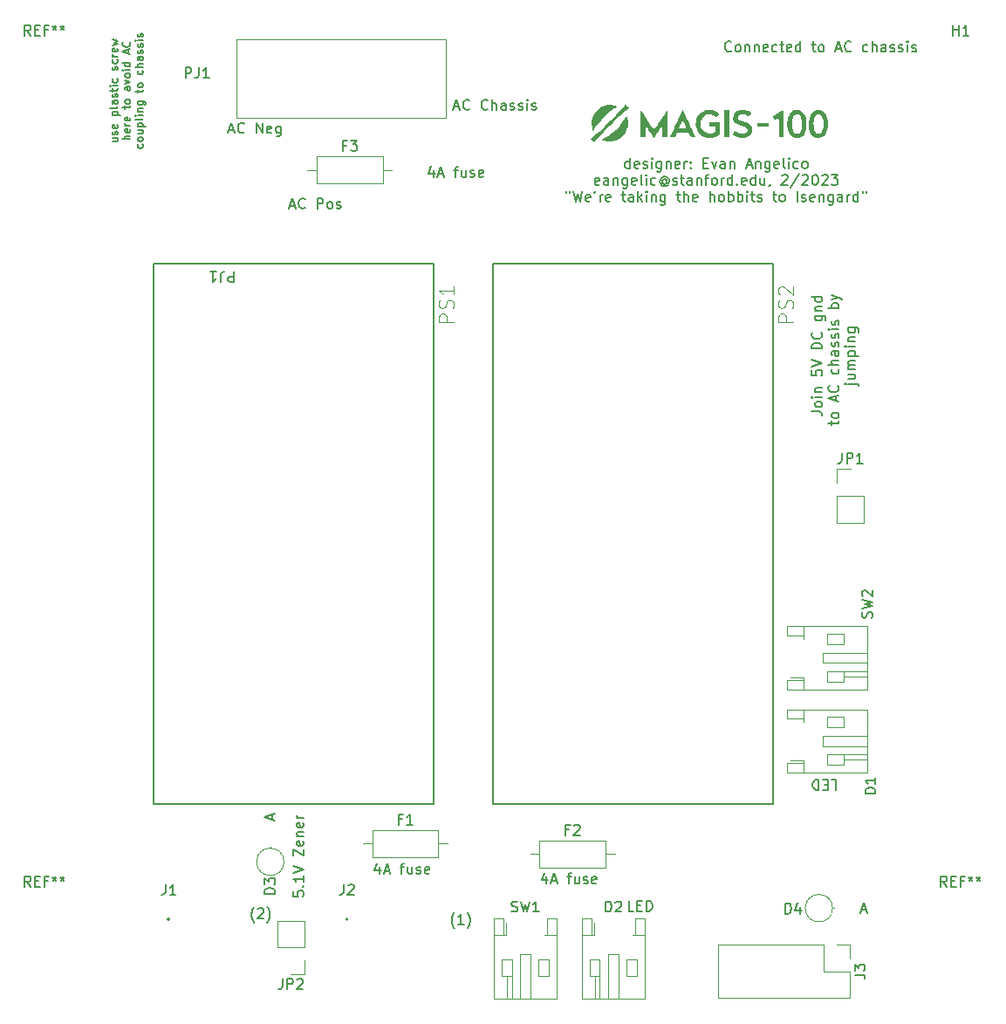
<source format=gbr>
%TF.GenerationSoftware,KiCad,Pcbnew,(6.0.4-0)*%
%TF.CreationDate,2023-02-13T16:26:13-08:00*%
%TF.ProjectId,v2a-power-board-4,7632612d-706f-4776-9572-2d626f617264,rev?*%
%TF.SameCoordinates,Original*%
%TF.FileFunction,Legend,Top*%
%TF.FilePolarity,Positive*%
%FSLAX46Y46*%
G04 Gerber Fmt 4.6, Leading zero omitted, Abs format (unit mm)*
G04 Created by KiCad (PCBNEW (6.0.4-0)) date 2023-02-13 16:26:13*
%MOMM*%
%LPD*%
G01*
G04 APERTURE LIST*
%ADD10C,0.150000*%
%ADD11C,0.015000*%
%ADD12C,0.120000*%
%ADD13C,0.200000*%
%ADD14C,0.127000*%
G04 APERTURE END LIST*
D10*
X124269047Y-49642380D02*
X124269047Y-48642380D01*
X124269047Y-49594761D02*
X124173809Y-49642380D01*
X123983333Y-49642380D01*
X123888095Y-49594761D01*
X123840476Y-49547142D01*
X123792857Y-49451904D01*
X123792857Y-49166190D01*
X123840476Y-49070952D01*
X123888095Y-49023333D01*
X123983333Y-48975714D01*
X124173809Y-48975714D01*
X124269047Y-49023333D01*
X125126190Y-49594761D02*
X125030952Y-49642380D01*
X124840476Y-49642380D01*
X124745238Y-49594761D01*
X124697619Y-49499523D01*
X124697619Y-49118571D01*
X124745238Y-49023333D01*
X124840476Y-48975714D01*
X125030952Y-48975714D01*
X125126190Y-49023333D01*
X125173809Y-49118571D01*
X125173809Y-49213809D01*
X124697619Y-49309047D01*
X125554761Y-49594761D02*
X125650000Y-49642380D01*
X125840476Y-49642380D01*
X125935714Y-49594761D01*
X125983333Y-49499523D01*
X125983333Y-49451904D01*
X125935714Y-49356666D01*
X125840476Y-49309047D01*
X125697619Y-49309047D01*
X125602380Y-49261428D01*
X125554761Y-49166190D01*
X125554761Y-49118571D01*
X125602380Y-49023333D01*
X125697619Y-48975714D01*
X125840476Y-48975714D01*
X125935714Y-49023333D01*
X126411904Y-49642380D02*
X126411904Y-48975714D01*
X126411904Y-48642380D02*
X126364285Y-48690000D01*
X126411904Y-48737619D01*
X126459523Y-48690000D01*
X126411904Y-48642380D01*
X126411904Y-48737619D01*
X127316666Y-48975714D02*
X127316666Y-49785238D01*
X127269047Y-49880476D01*
X127221428Y-49928095D01*
X127126190Y-49975714D01*
X126983333Y-49975714D01*
X126888095Y-49928095D01*
X127316666Y-49594761D02*
X127221428Y-49642380D01*
X127030952Y-49642380D01*
X126935714Y-49594761D01*
X126888095Y-49547142D01*
X126840476Y-49451904D01*
X126840476Y-49166190D01*
X126888095Y-49070952D01*
X126935714Y-49023333D01*
X127030952Y-48975714D01*
X127221428Y-48975714D01*
X127316666Y-49023333D01*
X127792857Y-48975714D02*
X127792857Y-49642380D01*
X127792857Y-49070952D02*
X127840476Y-49023333D01*
X127935714Y-48975714D01*
X128078571Y-48975714D01*
X128173809Y-49023333D01*
X128221428Y-49118571D01*
X128221428Y-49642380D01*
X129078571Y-49594761D02*
X128983333Y-49642380D01*
X128792857Y-49642380D01*
X128697619Y-49594761D01*
X128650000Y-49499523D01*
X128650000Y-49118571D01*
X128697619Y-49023333D01*
X128792857Y-48975714D01*
X128983333Y-48975714D01*
X129078571Y-49023333D01*
X129126190Y-49118571D01*
X129126190Y-49213809D01*
X128650000Y-49309047D01*
X129554761Y-49642380D02*
X129554761Y-48975714D01*
X129554761Y-49166190D02*
X129602380Y-49070952D01*
X129650000Y-49023333D01*
X129745238Y-48975714D01*
X129840476Y-48975714D01*
X130173809Y-49547142D02*
X130221428Y-49594761D01*
X130173809Y-49642380D01*
X130126190Y-49594761D01*
X130173809Y-49547142D01*
X130173809Y-49642380D01*
X130173809Y-49023333D02*
X130221428Y-49070952D01*
X130173809Y-49118571D01*
X130126190Y-49070952D01*
X130173809Y-49023333D01*
X130173809Y-49118571D01*
X131411904Y-49118571D02*
X131745238Y-49118571D01*
X131888095Y-49642380D02*
X131411904Y-49642380D01*
X131411904Y-48642380D01*
X131888095Y-48642380D01*
X132221428Y-48975714D02*
X132459523Y-49642380D01*
X132697619Y-48975714D01*
X133507142Y-49642380D02*
X133507142Y-49118571D01*
X133459523Y-49023333D01*
X133364285Y-48975714D01*
X133173809Y-48975714D01*
X133078571Y-49023333D01*
X133507142Y-49594761D02*
X133411904Y-49642380D01*
X133173809Y-49642380D01*
X133078571Y-49594761D01*
X133030952Y-49499523D01*
X133030952Y-49404285D01*
X133078571Y-49309047D01*
X133173809Y-49261428D01*
X133411904Y-49261428D01*
X133507142Y-49213809D01*
X133983333Y-48975714D02*
X133983333Y-49642380D01*
X133983333Y-49070952D02*
X134030952Y-49023333D01*
X134126190Y-48975714D01*
X134269047Y-48975714D01*
X134364285Y-49023333D01*
X134411904Y-49118571D01*
X134411904Y-49642380D01*
X135602380Y-49356666D02*
X136078571Y-49356666D01*
X135507142Y-49642380D02*
X135840476Y-48642380D01*
X136173809Y-49642380D01*
X136507142Y-48975714D02*
X136507142Y-49642380D01*
X136507142Y-49070952D02*
X136554761Y-49023333D01*
X136650000Y-48975714D01*
X136792857Y-48975714D01*
X136888095Y-49023333D01*
X136935714Y-49118571D01*
X136935714Y-49642380D01*
X137840476Y-48975714D02*
X137840476Y-49785238D01*
X137792857Y-49880476D01*
X137745238Y-49928095D01*
X137650000Y-49975714D01*
X137507142Y-49975714D01*
X137411904Y-49928095D01*
X137840476Y-49594761D02*
X137745238Y-49642380D01*
X137554761Y-49642380D01*
X137459523Y-49594761D01*
X137411904Y-49547142D01*
X137364285Y-49451904D01*
X137364285Y-49166190D01*
X137411904Y-49070952D01*
X137459523Y-49023333D01*
X137554761Y-48975714D01*
X137745238Y-48975714D01*
X137840476Y-49023333D01*
X138697619Y-49594761D02*
X138602380Y-49642380D01*
X138411904Y-49642380D01*
X138316666Y-49594761D01*
X138269047Y-49499523D01*
X138269047Y-49118571D01*
X138316666Y-49023333D01*
X138411904Y-48975714D01*
X138602380Y-48975714D01*
X138697619Y-49023333D01*
X138745238Y-49118571D01*
X138745238Y-49213809D01*
X138269047Y-49309047D01*
X139316666Y-49642380D02*
X139221428Y-49594761D01*
X139173809Y-49499523D01*
X139173809Y-48642380D01*
X139697619Y-49642380D02*
X139697619Y-48975714D01*
X139697619Y-48642380D02*
X139650000Y-48690000D01*
X139697619Y-48737619D01*
X139745238Y-48690000D01*
X139697619Y-48642380D01*
X139697619Y-48737619D01*
X140602380Y-49594761D02*
X140507142Y-49642380D01*
X140316666Y-49642380D01*
X140221428Y-49594761D01*
X140173809Y-49547142D01*
X140126190Y-49451904D01*
X140126190Y-49166190D01*
X140173809Y-49070952D01*
X140221428Y-49023333D01*
X140316666Y-48975714D01*
X140507142Y-48975714D01*
X140602380Y-49023333D01*
X141173809Y-49642380D02*
X141078571Y-49594761D01*
X141030952Y-49547142D01*
X140983333Y-49451904D01*
X140983333Y-49166190D01*
X141030952Y-49070952D01*
X141078571Y-49023333D01*
X141173809Y-48975714D01*
X141316666Y-48975714D01*
X141411904Y-49023333D01*
X141459523Y-49070952D01*
X141507142Y-49166190D01*
X141507142Y-49451904D01*
X141459523Y-49547142D01*
X141411904Y-49594761D01*
X141316666Y-49642380D01*
X141173809Y-49642380D01*
X121292857Y-51204761D02*
X121197619Y-51252380D01*
X121007142Y-51252380D01*
X120911904Y-51204761D01*
X120864285Y-51109523D01*
X120864285Y-50728571D01*
X120911904Y-50633333D01*
X121007142Y-50585714D01*
X121197619Y-50585714D01*
X121292857Y-50633333D01*
X121340476Y-50728571D01*
X121340476Y-50823809D01*
X120864285Y-50919047D01*
X122197619Y-51252380D02*
X122197619Y-50728571D01*
X122150000Y-50633333D01*
X122054761Y-50585714D01*
X121864285Y-50585714D01*
X121769047Y-50633333D01*
X122197619Y-51204761D02*
X122102380Y-51252380D01*
X121864285Y-51252380D01*
X121769047Y-51204761D01*
X121721428Y-51109523D01*
X121721428Y-51014285D01*
X121769047Y-50919047D01*
X121864285Y-50871428D01*
X122102380Y-50871428D01*
X122197619Y-50823809D01*
X122673809Y-50585714D02*
X122673809Y-51252380D01*
X122673809Y-50680952D02*
X122721428Y-50633333D01*
X122816666Y-50585714D01*
X122959523Y-50585714D01*
X123054761Y-50633333D01*
X123102380Y-50728571D01*
X123102380Y-51252380D01*
X124007142Y-50585714D02*
X124007142Y-51395238D01*
X123959523Y-51490476D01*
X123911904Y-51538095D01*
X123816666Y-51585714D01*
X123673809Y-51585714D01*
X123578571Y-51538095D01*
X124007142Y-51204761D02*
X123911904Y-51252380D01*
X123721428Y-51252380D01*
X123626190Y-51204761D01*
X123578571Y-51157142D01*
X123530952Y-51061904D01*
X123530952Y-50776190D01*
X123578571Y-50680952D01*
X123626190Y-50633333D01*
X123721428Y-50585714D01*
X123911904Y-50585714D01*
X124007142Y-50633333D01*
X124864285Y-51204761D02*
X124769047Y-51252380D01*
X124578571Y-51252380D01*
X124483333Y-51204761D01*
X124435714Y-51109523D01*
X124435714Y-50728571D01*
X124483333Y-50633333D01*
X124578571Y-50585714D01*
X124769047Y-50585714D01*
X124864285Y-50633333D01*
X124911904Y-50728571D01*
X124911904Y-50823809D01*
X124435714Y-50919047D01*
X125483333Y-51252380D02*
X125388095Y-51204761D01*
X125340476Y-51109523D01*
X125340476Y-50252380D01*
X125864285Y-51252380D02*
X125864285Y-50585714D01*
X125864285Y-50252380D02*
X125816666Y-50300000D01*
X125864285Y-50347619D01*
X125911904Y-50300000D01*
X125864285Y-50252380D01*
X125864285Y-50347619D01*
X126769047Y-51204761D02*
X126673809Y-51252380D01*
X126483333Y-51252380D01*
X126388095Y-51204761D01*
X126340476Y-51157142D01*
X126292857Y-51061904D01*
X126292857Y-50776190D01*
X126340476Y-50680952D01*
X126388095Y-50633333D01*
X126483333Y-50585714D01*
X126673809Y-50585714D01*
X126769047Y-50633333D01*
X127816666Y-50776190D02*
X127769047Y-50728571D01*
X127673809Y-50680952D01*
X127578571Y-50680952D01*
X127483333Y-50728571D01*
X127435714Y-50776190D01*
X127388095Y-50871428D01*
X127388095Y-50966666D01*
X127435714Y-51061904D01*
X127483333Y-51109523D01*
X127578571Y-51157142D01*
X127673809Y-51157142D01*
X127769047Y-51109523D01*
X127816666Y-51061904D01*
X127816666Y-50680952D02*
X127816666Y-51061904D01*
X127864285Y-51109523D01*
X127911904Y-51109523D01*
X128007142Y-51061904D01*
X128054761Y-50966666D01*
X128054761Y-50728571D01*
X127959523Y-50585714D01*
X127816666Y-50490476D01*
X127626190Y-50442857D01*
X127435714Y-50490476D01*
X127292857Y-50585714D01*
X127197619Y-50728571D01*
X127150000Y-50919047D01*
X127197619Y-51109523D01*
X127292857Y-51252380D01*
X127435714Y-51347619D01*
X127626190Y-51395238D01*
X127816666Y-51347619D01*
X127959523Y-51252380D01*
X128435714Y-51204761D02*
X128530952Y-51252380D01*
X128721428Y-51252380D01*
X128816666Y-51204761D01*
X128864285Y-51109523D01*
X128864285Y-51061904D01*
X128816666Y-50966666D01*
X128721428Y-50919047D01*
X128578571Y-50919047D01*
X128483333Y-50871428D01*
X128435714Y-50776190D01*
X128435714Y-50728571D01*
X128483333Y-50633333D01*
X128578571Y-50585714D01*
X128721428Y-50585714D01*
X128816666Y-50633333D01*
X129150000Y-50585714D02*
X129530952Y-50585714D01*
X129292857Y-50252380D02*
X129292857Y-51109523D01*
X129340476Y-51204761D01*
X129435714Y-51252380D01*
X129530952Y-51252380D01*
X130292857Y-51252380D02*
X130292857Y-50728571D01*
X130245238Y-50633333D01*
X130150000Y-50585714D01*
X129959523Y-50585714D01*
X129864285Y-50633333D01*
X130292857Y-51204761D02*
X130197619Y-51252380D01*
X129959523Y-51252380D01*
X129864285Y-51204761D01*
X129816666Y-51109523D01*
X129816666Y-51014285D01*
X129864285Y-50919047D01*
X129959523Y-50871428D01*
X130197619Y-50871428D01*
X130292857Y-50823809D01*
X130769047Y-50585714D02*
X130769047Y-51252380D01*
X130769047Y-50680952D02*
X130816666Y-50633333D01*
X130911904Y-50585714D01*
X131054761Y-50585714D01*
X131150000Y-50633333D01*
X131197619Y-50728571D01*
X131197619Y-51252380D01*
X131530952Y-50585714D02*
X131911904Y-50585714D01*
X131673809Y-51252380D02*
X131673809Y-50395238D01*
X131721428Y-50300000D01*
X131816666Y-50252380D01*
X131911904Y-50252380D01*
X132388095Y-51252380D02*
X132292857Y-51204761D01*
X132245238Y-51157142D01*
X132197619Y-51061904D01*
X132197619Y-50776190D01*
X132245238Y-50680952D01*
X132292857Y-50633333D01*
X132388095Y-50585714D01*
X132530952Y-50585714D01*
X132626190Y-50633333D01*
X132673809Y-50680952D01*
X132721428Y-50776190D01*
X132721428Y-51061904D01*
X132673809Y-51157142D01*
X132626190Y-51204761D01*
X132530952Y-51252380D01*
X132388095Y-51252380D01*
X133150000Y-51252380D02*
X133150000Y-50585714D01*
X133150000Y-50776190D02*
X133197619Y-50680952D01*
X133245238Y-50633333D01*
X133340476Y-50585714D01*
X133435714Y-50585714D01*
X134197619Y-51252380D02*
X134197619Y-50252380D01*
X134197619Y-51204761D02*
X134102380Y-51252380D01*
X133911904Y-51252380D01*
X133816666Y-51204761D01*
X133769047Y-51157142D01*
X133721428Y-51061904D01*
X133721428Y-50776190D01*
X133769047Y-50680952D01*
X133816666Y-50633333D01*
X133911904Y-50585714D01*
X134102380Y-50585714D01*
X134197619Y-50633333D01*
X134673809Y-51157142D02*
X134721428Y-51204761D01*
X134673809Y-51252380D01*
X134626190Y-51204761D01*
X134673809Y-51157142D01*
X134673809Y-51252380D01*
X135530952Y-51204761D02*
X135435714Y-51252380D01*
X135245238Y-51252380D01*
X135150000Y-51204761D01*
X135102380Y-51109523D01*
X135102380Y-50728571D01*
X135150000Y-50633333D01*
X135245238Y-50585714D01*
X135435714Y-50585714D01*
X135530952Y-50633333D01*
X135578571Y-50728571D01*
X135578571Y-50823809D01*
X135102380Y-50919047D01*
X136435714Y-51252380D02*
X136435714Y-50252380D01*
X136435714Y-51204761D02*
X136340476Y-51252380D01*
X136150000Y-51252380D01*
X136054761Y-51204761D01*
X136007142Y-51157142D01*
X135959523Y-51061904D01*
X135959523Y-50776190D01*
X136007142Y-50680952D01*
X136054761Y-50633333D01*
X136150000Y-50585714D01*
X136340476Y-50585714D01*
X136435714Y-50633333D01*
X137340476Y-50585714D02*
X137340476Y-51252380D01*
X136911904Y-50585714D02*
X136911904Y-51109523D01*
X136959523Y-51204761D01*
X137054761Y-51252380D01*
X137197619Y-51252380D01*
X137292857Y-51204761D01*
X137340476Y-51157142D01*
X137864285Y-51204761D02*
X137864285Y-51252380D01*
X137816666Y-51347619D01*
X137769047Y-51395238D01*
X139007142Y-50347619D02*
X139054761Y-50300000D01*
X139150000Y-50252380D01*
X139388095Y-50252380D01*
X139483333Y-50300000D01*
X139530952Y-50347619D01*
X139578571Y-50442857D01*
X139578571Y-50538095D01*
X139530952Y-50680952D01*
X138959523Y-51252380D01*
X139578571Y-51252380D01*
X140721428Y-50204761D02*
X139864285Y-51490476D01*
X141007142Y-50347619D02*
X141054761Y-50300000D01*
X141150000Y-50252380D01*
X141388095Y-50252380D01*
X141483333Y-50300000D01*
X141530952Y-50347619D01*
X141578571Y-50442857D01*
X141578571Y-50538095D01*
X141530952Y-50680952D01*
X140959523Y-51252380D01*
X141578571Y-51252380D01*
X142197619Y-50252380D02*
X142292857Y-50252380D01*
X142388095Y-50300000D01*
X142435714Y-50347619D01*
X142483333Y-50442857D01*
X142530952Y-50633333D01*
X142530952Y-50871428D01*
X142483333Y-51061904D01*
X142435714Y-51157142D01*
X142388095Y-51204761D01*
X142292857Y-51252380D01*
X142197619Y-51252380D01*
X142102380Y-51204761D01*
X142054761Y-51157142D01*
X142007142Y-51061904D01*
X141959523Y-50871428D01*
X141959523Y-50633333D01*
X142007142Y-50442857D01*
X142054761Y-50347619D01*
X142102380Y-50300000D01*
X142197619Y-50252380D01*
X142911904Y-50347619D02*
X142959523Y-50300000D01*
X143054761Y-50252380D01*
X143292857Y-50252380D01*
X143388095Y-50300000D01*
X143435714Y-50347619D01*
X143483333Y-50442857D01*
X143483333Y-50538095D01*
X143435714Y-50680952D01*
X142864285Y-51252380D01*
X143483333Y-51252380D01*
X143816666Y-50252380D02*
X144435714Y-50252380D01*
X144102380Y-50633333D01*
X144245238Y-50633333D01*
X144340476Y-50680952D01*
X144388095Y-50728571D01*
X144435714Y-50823809D01*
X144435714Y-51061904D01*
X144388095Y-51157142D01*
X144340476Y-51204761D01*
X144245238Y-51252380D01*
X143959523Y-51252380D01*
X143864285Y-51204761D01*
X143816666Y-51157142D01*
X118078571Y-51862380D02*
X118078571Y-52052857D01*
X118459523Y-51862380D02*
X118459523Y-52052857D01*
X118792857Y-51862380D02*
X119030952Y-52862380D01*
X119221428Y-52148095D01*
X119411904Y-52862380D01*
X119650000Y-51862380D01*
X120411904Y-52814761D02*
X120316666Y-52862380D01*
X120126190Y-52862380D01*
X120030952Y-52814761D01*
X119983333Y-52719523D01*
X119983333Y-52338571D01*
X120030952Y-52243333D01*
X120126190Y-52195714D01*
X120316666Y-52195714D01*
X120411904Y-52243333D01*
X120459523Y-52338571D01*
X120459523Y-52433809D01*
X119983333Y-52529047D01*
X120935714Y-51862380D02*
X120840476Y-52052857D01*
X121364285Y-52862380D02*
X121364285Y-52195714D01*
X121364285Y-52386190D02*
X121411904Y-52290952D01*
X121459523Y-52243333D01*
X121554761Y-52195714D01*
X121650000Y-52195714D01*
X122364285Y-52814761D02*
X122269047Y-52862380D01*
X122078571Y-52862380D01*
X121983333Y-52814761D01*
X121935714Y-52719523D01*
X121935714Y-52338571D01*
X121983333Y-52243333D01*
X122078571Y-52195714D01*
X122269047Y-52195714D01*
X122364285Y-52243333D01*
X122411904Y-52338571D01*
X122411904Y-52433809D01*
X121935714Y-52529047D01*
X123459523Y-52195714D02*
X123840476Y-52195714D01*
X123602380Y-51862380D02*
X123602380Y-52719523D01*
X123650000Y-52814761D01*
X123745238Y-52862380D01*
X123840476Y-52862380D01*
X124602380Y-52862380D02*
X124602380Y-52338571D01*
X124554761Y-52243333D01*
X124459523Y-52195714D01*
X124269047Y-52195714D01*
X124173809Y-52243333D01*
X124602380Y-52814761D02*
X124507142Y-52862380D01*
X124269047Y-52862380D01*
X124173809Y-52814761D01*
X124126190Y-52719523D01*
X124126190Y-52624285D01*
X124173809Y-52529047D01*
X124269047Y-52481428D01*
X124507142Y-52481428D01*
X124602380Y-52433809D01*
X125078571Y-52862380D02*
X125078571Y-51862380D01*
X125173809Y-52481428D02*
X125459523Y-52862380D01*
X125459523Y-52195714D02*
X125078571Y-52576666D01*
X125888095Y-52862380D02*
X125888095Y-52195714D01*
X125888095Y-51862380D02*
X125840476Y-51910000D01*
X125888095Y-51957619D01*
X125935714Y-51910000D01*
X125888095Y-51862380D01*
X125888095Y-51957619D01*
X126364285Y-52195714D02*
X126364285Y-52862380D01*
X126364285Y-52290952D02*
X126411904Y-52243333D01*
X126507142Y-52195714D01*
X126650000Y-52195714D01*
X126745238Y-52243333D01*
X126792857Y-52338571D01*
X126792857Y-52862380D01*
X127697619Y-52195714D02*
X127697619Y-53005238D01*
X127650000Y-53100476D01*
X127602380Y-53148095D01*
X127507142Y-53195714D01*
X127364285Y-53195714D01*
X127269047Y-53148095D01*
X127697619Y-52814761D02*
X127602380Y-52862380D01*
X127411904Y-52862380D01*
X127316666Y-52814761D01*
X127269047Y-52767142D01*
X127221428Y-52671904D01*
X127221428Y-52386190D01*
X127269047Y-52290952D01*
X127316666Y-52243333D01*
X127411904Y-52195714D01*
X127602380Y-52195714D01*
X127697619Y-52243333D01*
X128792857Y-52195714D02*
X129173809Y-52195714D01*
X128935714Y-51862380D02*
X128935714Y-52719523D01*
X128983333Y-52814761D01*
X129078571Y-52862380D01*
X129173809Y-52862380D01*
X129507142Y-52862380D02*
X129507142Y-51862380D01*
X129935714Y-52862380D02*
X129935714Y-52338571D01*
X129888095Y-52243333D01*
X129792857Y-52195714D01*
X129650000Y-52195714D01*
X129554761Y-52243333D01*
X129507142Y-52290952D01*
X130792857Y-52814761D02*
X130697619Y-52862380D01*
X130507142Y-52862380D01*
X130411904Y-52814761D01*
X130364285Y-52719523D01*
X130364285Y-52338571D01*
X130411904Y-52243333D01*
X130507142Y-52195714D01*
X130697619Y-52195714D01*
X130792857Y-52243333D01*
X130840476Y-52338571D01*
X130840476Y-52433809D01*
X130364285Y-52529047D01*
X132030952Y-52862380D02*
X132030952Y-51862380D01*
X132459523Y-52862380D02*
X132459523Y-52338571D01*
X132411904Y-52243333D01*
X132316666Y-52195714D01*
X132173809Y-52195714D01*
X132078571Y-52243333D01*
X132030952Y-52290952D01*
X133078571Y-52862380D02*
X132983333Y-52814761D01*
X132935714Y-52767142D01*
X132888095Y-52671904D01*
X132888095Y-52386190D01*
X132935714Y-52290952D01*
X132983333Y-52243333D01*
X133078571Y-52195714D01*
X133221428Y-52195714D01*
X133316666Y-52243333D01*
X133364285Y-52290952D01*
X133411904Y-52386190D01*
X133411904Y-52671904D01*
X133364285Y-52767142D01*
X133316666Y-52814761D01*
X133221428Y-52862380D01*
X133078571Y-52862380D01*
X133840476Y-52862380D02*
X133840476Y-51862380D01*
X133840476Y-52243333D02*
X133935714Y-52195714D01*
X134126190Y-52195714D01*
X134221428Y-52243333D01*
X134269047Y-52290952D01*
X134316666Y-52386190D01*
X134316666Y-52671904D01*
X134269047Y-52767142D01*
X134221428Y-52814761D01*
X134126190Y-52862380D01*
X133935714Y-52862380D01*
X133840476Y-52814761D01*
X134745238Y-52862380D02*
X134745238Y-51862380D01*
X134745238Y-52243333D02*
X134840476Y-52195714D01*
X135030952Y-52195714D01*
X135126190Y-52243333D01*
X135173809Y-52290952D01*
X135221428Y-52386190D01*
X135221428Y-52671904D01*
X135173809Y-52767142D01*
X135126190Y-52814761D01*
X135030952Y-52862380D01*
X134840476Y-52862380D01*
X134745238Y-52814761D01*
X135650000Y-52862380D02*
X135650000Y-52195714D01*
X135650000Y-51862380D02*
X135602380Y-51910000D01*
X135650000Y-51957619D01*
X135697619Y-51910000D01*
X135650000Y-51862380D01*
X135650000Y-51957619D01*
X135983333Y-52195714D02*
X136364285Y-52195714D01*
X136126190Y-51862380D02*
X136126190Y-52719523D01*
X136173809Y-52814761D01*
X136269047Y-52862380D01*
X136364285Y-52862380D01*
X136650000Y-52814761D02*
X136745238Y-52862380D01*
X136935714Y-52862380D01*
X137030952Y-52814761D01*
X137078571Y-52719523D01*
X137078571Y-52671904D01*
X137030952Y-52576666D01*
X136935714Y-52529047D01*
X136792857Y-52529047D01*
X136697619Y-52481428D01*
X136650000Y-52386190D01*
X136650000Y-52338571D01*
X136697619Y-52243333D01*
X136792857Y-52195714D01*
X136935714Y-52195714D01*
X137030952Y-52243333D01*
X138126190Y-52195714D02*
X138507142Y-52195714D01*
X138269047Y-51862380D02*
X138269047Y-52719523D01*
X138316666Y-52814761D01*
X138411904Y-52862380D01*
X138507142Y-52862380D01*
X138983333Y-52862380D02*
X138888095Y-52814761D01*
X138840476Y-52767142D01*
X138792857Y-52671904D01*
X138792857Y-52386190D01*
X138840476Y-52290952D01*
X138888095Y-52243333D01*
X138983333Y-52195714D01*
X139126190Y-52195714D01*
X139221428Y-52243333D01*
X139269047Y-52290952D01*
X139316666Y-52386190D01*
X139316666Y-52671904D01*
X139269047Y-52767142D01*
X139221428Y-52814761D01*
X139126190Y-52862380D01*
X138983333Y-52862380D01*
X140507142Y-52862380D02*
X140507142Y-51862380D01*
X140935714Y-52814761D02*
X141030952Y-52862380D01*
X141221428Y-52862380D01*
X141316666Y-52814761D01*
X141364285Y-52719523D01*
X141364285Y-52671904D01*
X141316666Y-52576666D01*
X141221428Y-52529047D01*
X141078571Y-52529047D01*
X140983333Y-52481428D01*
X140935714Y-52386190D01*
X140935714Y-52338571D01*
X140983333Y-52243333D01*
X141078571Y-52195714D01*
X141221428Y-52195714D01*
X141316666Y-52243333D01*
X142173809Y-52814761D02*
X142078571Y-52862380D01*
X141888095Y-52862380D01*
X141792857Y-52814761D01*
X141745238Y-52719523D01*
X141745238Y-52338571D01*
X141792857Y-52243333D01*
X141888095Y-52195714D01*
X142078571Y-52195714D01*
X142173809Y-52243333D01*
X142221428Y-52338571D01*
X142221428Y-52433809D01*
X141745238Y-52529047D01*
X142650000Y-52195714D02*
X142650000Y-52862380D01*
X142650000Y-52290952D02*
X142697619Y-52243333D01*
X142792857Y-52195714D01*
X142935714Y-52195714D01*
X143030952Y-52243333D01*
X143078571Y-52338571D01*
X143078571Y-52862380D01*
X143983333Y-52195714D02*
X143983333Y-53005238D01*
X143935714Y-53100476D01*
X143888095Y-53148095D01*
X143792857Y-53195714D01*
X143650000Y-53195714D01*
X143554761Y-53148095D01*
X143983333Y-52814761D02*
X143888095Y-52862380D01*
X143697619Y-52862380D01*
X143602380Y-52814761D01*
X143554761Y-52767142D01*
X143507142Y-52671904D01*
X143507142Y-52386190D01*
X143554761Y-52290952D01*
X143602380Y-52243333D01*
X143697619Y-52195714D01*
X143888095Y-52195714D01*
X143983333Y-52243333D01*
X144888095Y-52862380D02*
X144888095Y-52338571D01*
X144840476Y-52243333D01*
X144745238Y-52195714D01*
X144554761Y-52195714D01*
X144459523Y-52243333D01*
X144888095Y-52814761D02*
X144792857Y-52862380D01*
X144554761Y-52862380D01*
X144459523Y-52814761D01*
X144411904Y-52719523D01*
X144411904Y-52624285D01*
X144459523Y-52529047D01*
X144554761Y-52481428D01*
X144792857Y-52481428D01*
X144888095Y-52433809D01*
X145364285Y-52862380D02*
X145364285Y-52195714D01*
X145364285Y-52386190D02*
X145411904Y-52290952D01*
X145459523Y-52243333D01*
X145554761Y-52195714D01*
X145650000Y-52195714D01*
X146411904Y-52862380D02*
X146411904Y-51862380D01*
X146411904Y-52814761D02*
X146316666Y-52862380D01*
X146126190Y-52862380D01*
X146030952Y-52814761D01*
X145983333Y-52767142D01*
X145935714Y-52671904D01*
X145935714Y-52386190D01*
X145983333Y-52290952D01*
X146030952Y-52243333D01*
X146126190Y-52195714D01*
X146316666Y-52195714D01*
X146411904Y-52243333D01*
X146840476Y-51862380D02*
X146840476Y-52052857D01*
X147221428Y-51862380D02*
X147221428Y-52052857D01*
X107223809Y-43691666D02*
X107700000Y-43691666D01*
X107128571Y-43977380D02*
X107461904Y-42977380D01*
X107795238Y-43977380D01*
X108700000Y-43882142D02*
X108652380Y-43929761D01*
X108509523Y-43977380D01*
X108414285Y-43977380D01*
X108271428Y-43929761D01*
X108176190Y-43834523D01*
X108128571Y-43739285D01*
X108080952Y-43548809D01*
X108080952Y-43405952D01*
X108128571Y-43215476D01*
X108176190Y-43120238D01*
X108271428Y-43025000D01*
X108414285Y-42977380D01*
X108509523Y-42977380D01*
X108652380Y-43025000D01*
X108700000Y-43072619D01*
X110461904Y-43882142D02*
X110414285Y-43929761D01*
X110271428Y-43977380D01*
X110176190Y-43977380D01*
X110033333Y-43929761D01*
X109938095Y-43834523D01*
X109890476Y-43739285D01*
X109842857Y-43548809D01*
X109842857Y-43405952D01*
X109890476Y-43215476D01*
X109938095Y-43120238D01*
X110033333Y-43025000D01*
X110176190Y-42977380D01*
X110271428Y-42977380D01*
X110414285Y-43025000D01*
X110461904Y-43072619D01*
X110890476Y-43977380D02*
X110890476Y-42977380D01*
X111319047Y-43977380D02*
X111319047Y-43453571D01*
X111271428Y-43358333D01*
X111176190Y-43310714D01*
X111033333Y-43310714D01*
X110938095Y-43358333D01*
X110890476Y-43405952D01*
X112223809Y-43977380D02*
X112223809Y-43453571D01*
X112176190Y-43358333D01*
X112080952Y-43310714D01*
X111890476Y-43310714D01*
X111795238Y-43358333D01*
X112223809Y-43929761D02*
X112128571Y-43977380D01*
X111890476Y-43977380D01*
X111795238Y-43929761D01*
X111747619Y-43834523D01*
X111747619Y-43739285D01*
X111795238Y-43644047D01*
X111890476Y-43596428D01*
X112128571Y-43596428D01*
X112223809Y-43548809D01*
X112652380Y-43929761D02*
X112747619Y-43977380D01*
X112938095Y-43977380D01*
X113033333Y-43929761D01*
X113080952Y-43834523D01*
X113080952Y-43786904D01*
X113033333Y-43691666D01*
X112938095Y-43644047D01*
X112795238Y-43644047D01*
X112700000Y-43596428D01*
X112652380Y-43501190D01*
X112652380Y-43453571D01*
X112700000Y-43358333D01*
X112795238Y-43310714D01*
X112938095Y-43310714D01*
X113033333Y-43358333D01*
X113461904Y-43929761D02*
X113557142Y-43977380D01*
X113747619Y-43977380D01*
X113842857Y-43929761D01*
X113890476Y-43834523D01*
X113890476Y-43786904D01*
X113842857Y-43691666D01*
X113747619Y-43644047D01*
X113604761Y-43644047D01*
X113509523Y-43596428D01*
X113461904Y-43501190D01*
X113461904Y-43453571D01*
X113509523Y-43358333D01*
X113604761Y-43310714D01*
X113747619Y-43310714D01*
X113842857Y-43358333D01*
X114319047Y-43977380D02*
X114319047Y-43310714D01*
X114319047Y-42977380D02*
X114271428Y-43025000D01*
X114319047Y-43072619D01*
X114366666Y-43025000D01*
X114319047Y-42977380D01*
X114319047Y-43072619D01*
X114747619Y-43929761D02*
X114842857Y-43977380D01*
X115033333Y-43977380D01*
X115128571Y-43929761D01*
X115176190Y-43834523D01*
X115176190Y-43786904D01*
X115128571Y-43691666D01*
X115033333Y-43644047D01*
X114890476Y-43644047D01*
X114795238Y-43596428D01*
X114747619Y-43501190D01*
X114747619Y-43453571D01*
X114795238Y-43358333D01*
X114890476Y-43310714D01*
X115033333Y-43310714D01*
X115128571Y-43358333D01*
X124632142Y-121677380D02*
X124155952Y-121677380D01*
X124155952Y-120677380D01*
X124965476Y-121153571D02*
X125298809Y-121153571D01*
X125441666Y-121677380D02*
X124965476Y-121677380D01*
X124965476Y-120677380D01*
X125441666Y-120677380D01*
X125870238Y-121677380D02*
X125870238Y-120677380D01*
X126108333Y-120677380D01*
X126251190Y-120725000D01*
X126346428Y-120820238D01*
X126394047Y-120915476D01*
X126441666Y-121105952D01*
X126441666Y-121248809D01*
X126394047Y-121439285D01*
X126346428Y-121534523D01*
X126251190Y-121629761D01*
X126108333Y-121677380D01*
X125870238Y-121677380D01*
X74059883Y-46697011D02*
X74567883Y-46697011D01*
X74059883Y-47023582D02*
X74459026Y-47023582D01*
X74531597Y-46987296D01*
X74567883Y-46914725D01*
X74567883Y-46805868D01*
X74531597Y-46733296D01*
X74495311Y-46697011D01*
X74531597Y-46370439D02*
X74567883Y-46297868D01*
X74567883Y-46152725D01*
X74531597Y-46080153D01*
X74459026Y-46043868D01*
X74422740Y-46043868D01*
X74350169Y-46080153D01*
X74313883Y-46152725D01*
X74313883Y-46261582D01*
X74277597Y-46334153D01*
X74205026Y-46370439D01*
X74168740Y-46370439D01*
X74096169Y-46334153D01*
X74059883Y-46261582D01*
X74059883Y-46152725D01*
X74096169Y-46080153D01*
X74531597Y-45427011D02*
X74567883Y-45499582D01*
X74567883Y-45644725D01*
X74531597Y-45717296D01*
X74459026Y-45753582D01*
X74168740Y-45753582D01*
X74096169Y-45717296D01*
X74059883Y-45644725D01*
X74059883Y-45499582D01*
X74096169Y-45427011D01*
X74168740Y-45390725D01*
X74241311Y-45390725D01*
X74313883Y-45753582D01*
X74059883Y-44483582D02*
X74821883Y-44483582D01*
X74096169Y-44483582D02*
X74059883Y-44411011D01*
X74059883Y-44265868D01*
X74096169Y-44193296D01*
X74132454Y-44157011D01*
X74205026Y-44120725D01*
X74422740Y-44120725D01*
X74495311Y-44157011D01*
X74531597Y-44193296D01*
X74567883Y-44265868D01*
X74567883Y-44411011D01*
X74531597Y-44483582D01*
X74567883Y-43685296D02*
X74531597Y-43757868D01*
X74459026Y-43794153D01*
X73805883Y-43794153D01*
X74567883Y-43068439D02*
X74168740Y-43068439D01*
X74096169Y-43104725D01*
X74059883Y-43177296D01*
X74059883Y-43322439D01*
X74096169Y-43395011D01*
X74531597Y-43068439D02*
X74567883Y-43141011D01*
X74567883Y-43322439D01*
X74531597Y-43395011D01*
X74459026Y-43431296D01*
X74386454Y-43431296D01*
X74313883Y-43395011D01*
X74277597Y-43322439D01*
X74277597Y-43141011D01*
X74241311Y-43068439D01*
X74531597Y-42741868D02*
X74567883Y-42669296D01*
X74567883Y-42524153D01*
X74531597Y-42451582D01*
X74459026Y-42415296D01*
X74422740Y-42415296D01*
X74350169Y-42451582D01*
X74313883Y-42524153D01*
X74313883Y-42633011D01*
X74277597Y-42705582D01*
X74205026Y-42741868D01*
X74168740Y-42741868D01*
X74096169Y-42705582D01*
X74059883Y-42633011D01*
X74059883Y-42524153D01*
X74096169Y-42451582D01*
X74059883Y-42197582D02*
X74059883Y-41907296D01*
X73805883Y-42088725D02*
X74459026Y-42088725D01*
X74531597Y-42052439D01*
X74567883Y-41979868D01*
X74567883Y-41907296D01*
X74567883Y-41653296D02*
X74059883Y-41653296D01*
X73805883Y-41653296D02*
X73842169Y-41689582D01*
X73878454Y-41653296D01*
X73842169Y-41617011D01*
X73805883Y-41653296D01*
X73878454Y-41653296D01*
X74531597Y-40963868D02*
X74567883Y-41036439D01*
X74567883Y-41181582D01*
X74531597Y-41254153D01*
X74495311Y-41290439D01*
X74422740Y-41326725D01*
X74205026Y-41326725D01*
X74132454Y-41290439D01*
X74096169Y-41254153D01*
X74059883Y-41181582D01*
X74059883Y-41036439D01*
X74096169Y-40963868D01*
X74531597Y-40093011D02*
X74567883Y-40020439D01*
X74567883Y-39875296D01*
X74531597Y-39802725D01*
X74459026Y-39766439D01*
X74422740Y-39766439D01*
X74350169Y-39802725D01*
X74313883Y-39875296D01*
X74313883Y-39984153D01*
X74277597Y-40056725D01*
X74205026Y-40093011D01*
X74168740Y-40093011D01*
X74096169Y-40056725D01*
X74059883Y-39984153D01*
X74059883Y-39875296D01*
X74096169Y-39802725D01*
X74531597Y-39113296D02*
X74567883Y-39185868D01*
X74567883Y-39331011D01*
X74531597Y-39403582D01*
X74495311Y-39439868D01*
X74422740Y-39476153D01*
X74205026Y-39476153D01*
X74132454Y-39439868D01*
X74096169Y-39403582D01*
X74059883Y-39331011D01*
X74059883Y-39185868D01*
X74096169Y-39113296D01*
X74567883Y-38786725D02*
X74059883Y-38786725D01*
X74205026Y-38786725D02*
X74132454Y-38750439D01*
X74096169Y-38714153D01*
X74059883Y-38641582D01*
X74059883Y-38569011D01*
X74531597Y-38024725D02*
X74567883Y-38097296D01*
X74567883Y-38242439D01*
X74531597Y-38315011D01*
X74459026Y-38351296D01*
X74168740Y-38351296D01*
X74096169Y-38315011D01*
X74059883Y-38242439D01*
X74059883Y-38097296D01*
X74096169Y-38024725D01*
X74168740Y-37988439D01*
X74241311Y-37988439D01*
X74313883Y-38351296D01*
X74059883Y-37734439D02*
X74567883Y-37589296D01*
X74205026Y-37444153D01*
X74567883Y-37299011D01*
X74059883Y-37153868D01*
X75794703Y-46824011D02*
X75032703Y-46824011D01*
X75794703Y-46497439D02*
X75395560Y-46497439D01*
X75322989Y-46533725D01*
X75286703Y-46606296D01*
X75286703Y-46715153D01*
X75322989Y-46787725D01*
X75359274Y-46824011D01*
X75758417Y-45844296D02*
X75794703Y-45916868D01*
X75794703Y-46062011D01*
X75758417Y-46134582D01*
X75685846Y-46170868D01*
X75395560Y-46170868D01*
X75322989Y-46134582D01*
X75286703Y-46062011D01*
X75286703Y-45916868D01*
X75322989Y-45844296D01*
X75395560Y-45808011D01*
X75468131Y-45808011D01*
X75540703Y-46170868D01*
X75794703Y-45481439D02*
X75286703Y-45481439D01*
X75431846Y-45481439D02*
X75359274Y-45445153D01*
X75322989Y-45408868D01*
X75286703Y-45336296D01*
X75286703Y-45263725D01*
X75758417Y-44719439D02*
X75794703Y-44792011D01*
X75794703Y-44937153D01*
X75758417Y-45009725D01*
X75685846Y-45046011D01*
X75395560Y-45046011D01*
X75322989Y-45009725D01*
X75286703Y-44937153D01*
X75286703Y-44792011D01*
X75322989Y-44719439D01*
X75395560Y-44683153D01*
X75468131Y-44683153D01*
X75540703Y-45046011D01*
X75286703Y-43884868D02*
X75286703Y-43594582D01*
X75032703Y-43776011D02*
X75685846Y-43776011D01*
X75758417Y-43739725D01*
X75794703Y-43667153D01*
X75794703Y-43594582D01*
X75794703Y-43231725D02*
X75758417Y-43304296D01*
X75722131Y-43340582D01*
X75649560Y-43376868D01*
X75431846Y-43376868D01*
X75359274Y-43340582D01*
X75322989Y-43304296D01*
X75286703Y-43231725D01*
X75286703Y-43122868D01*
X75322989Y-43050296D01*
X75359274Y-43014011D01*
X75431846Y-42977725D01*
X75649560Y-42977725D01*
X75722131Y-43014011D01*
X75758417Y-43050296D01*
X75794703Y-43122868D01*
X75794703Y-43231725D01*
X75794703Y-41744011D02*
X75395560Y-41744011D01*
X75322989Y-41780296D01*
X75286703Y-41852868D01*
X75286703Y-41998011D01*
X75322989Y-42070582D01*
X75758417Y-41744011D02*
X75794703Y-41816582D01*
X75794703Y-41998011D01*
X75758417Y-42070582D01*
X75685846Y-42106868D01*
X75613274Y-42106868D01*
X75540703Y-42070582D01*
X75504417Y-41998011D01*
X75504417Y-41816582D01*
X75468131Y-41744011D01*
X75286703Y-41453725D02*
X75794703Y-41272296D01*
X75286703Y-41090868D01*
X75794703Y-40691725D02*
X75758417Y-40764296D01*
X75722131Y-40800582D01*
X75649560Y-40836868D01*
X75431846Y-40836868D01*
X75359274Y-40800582D01*
X75322989Y-40764296D01*
X75286703Y-40691725D01*
X75286703Y-40582868D01*
X75322989Y-40510296D01*
X75359274Y-40474011D01*
X75431846Y-40437725D01*
X75649560Y-40437725D01*
X75722131Y-40474011D01*
X75758417Y-40510296D01*
X75794703Y-40582868D01*
X75794703Y-40691725D01*
X75794703Y-40111153D02*
X75286703Y-40111153D01*
X75032703Y-40111153D02*
X75068989Y-40147439D01*
X75105274Y-40111153D01*
X75068989Y-40074868D01*
X75032703Y-40111153D01*
X75105274Y-40111153D01*
X75794703Y-39421725D02*
X75032703Y-39421725D01*
X75758417Y-39421725D02*
X75794703Y-39494296D01*
X75794703Y-39639439D01*
X75758417Y-39712011D01*
X75722131Y-39748296D01*
X75649560Y-39784582D01*
X75431846Y-39784582D01*
X75359274Y-39748296D01*
X75322989Y-39712011D01*
X75286703Y-39639439D01*
X75286703Y-39494296D01*
X75322989Y-39421725D01*
X75576989Y-38514582D02*
X75576989Y-38151725D01*
X75794703Y-38587153D02*
X75032703Y-38333153D01*
X75794703Y-38079153D01*
X75722131Y-37389725D02*
X75758417Y-37426011D01*
X75794703Y-37534868D01*
X75794703Y-37607439D01*
X75758417Y-37716296D01*
X75685846Y-37788868D01*
X75613274Y-37825153D01*
X75468131Y-37861439D01*
X75359274Y-37861439D01*
X75214131Y-37825153D01*
X75141560Y-37788868D01*
X75068989Y-37716296D01*
X75032703Y-37607439D01*
X75032703Y-37534868D01*
X75068989Y-37426011D01*
X75105274Y-37389725D01*
X76985237Y-47313868D02*
X77021523Y-47386439D01*
X77021523Y-47531582D01*
X76985237Y-47604153D01*
X76948951Y-47640439D01*
X76876380Y-47676725D01*
X76658666Y-47676725D01*
X76586094Y-47640439D01*
X76549809Y-47604153D01*
X76513523Y-47531582D01*
X76513523Y-47386439D01*
X76549809Y-47313868D01*
X77021523Y-46878439D02*
X76985237Y-46951011D01*
X76948951Y-46987296D01*
X76876380Y-47023582D01*
X76658666Y-47023582D01*
X76586094Y-46987296D01*
X76549809Y-46951011D01*
X76513523Y-46878439D01*
X76513523Y-46769582D01*
X76549809Y-46697011D01*
X76586094Y-46660725D01*
X76658666Y-46624439D01*
X76876380Y-46624439D01*
X76948951Y-46660725D01*
X76985237Y-46697011D01*
X77021523Y-46769582D01*
X77021523Y-46878439D01*
X76513523Y-45971296D02*
X77021523Y-45971296D01*
X76513523Y-46297868D02*
X76912666Y-46297868D01*
X76985237Y-46261582D01*
X77021523Y-46189011D01*
X77021523Y-46080153D01*
X76985237Y-46007582D01*
X76948951Y-45971296D01*
X76513523Y-45608439D02*
X77275523Y-45608439D01*
X76549809Y-45608439D02*
X76513523Y-45535868D01*
X76513523Y-45390725D01*
X76549809Y-45318153D01*
X76586094Y-45281868D01*
X76658666Y-45245582D01*
X76876380Y-45245582D01*
X76948951Y-45281868D01*
X76985237Y-45318153D01*
X77021523Y-45390725D01*
X77021523Y-45535868D01*
X76985237Y-45608439D01*
X77021523Y-44810153D02*
X76985237Y-44882725D01*
X76912666Y-44919011D01*
X76259523Y-44919011D01*
X77021523Y-44519868D02*
X76513523Y-44519868D01*
X76259523Y-44519868D02*
X76295809Y-44556153D01*
X76332094Y-44519868D01*
X76295809Y-44483582D01*
X76259523Y-44519868D01*
X76332094Y-44519868D01*
X76513523Y-44157011D02*
X77021523Y-44157011D01*
X76586094Y-44157011D02*
X76549809Y-44120725D01*
X76513523Y-44048153D01*
X76513523Y-43939296D01*
X76549809Y-43866725D01*
X76622380Y-43830439D01*
X77021523Y-43830439D01*
X76513523Y-43141011D02*
X77130380Y-43141011D01*
X77202951Y-43177296D01*
X77239237Y-43213582D01*
X77275523Y-43286153D01*
X77275523Y-43395011D01*
X77239237Y-43467582D01*
X76985237Y-43141011D02*
X77021523Y-43213582D01*
X77021523Y-43358725D01*
X76985237Y-43431296D01*
X76948951Y-43467582D01*
X76876380Y-43503868D01*
X76658666Y-43503868D01*
X76586094Y-43467582D01*
X76549809Y-43431296D01*
X76513523Y-43358725D01*
X76513523Y-43213582D01*
X76549809Y-43141011D01*
X76513523Y-42306439D02*
X76513523Y-42016153D01*
X76259523Y-42197582D02*
X76912666Y-42197582D01*
X76985237Y-42161296D01*
X77021523Y-42088725D01*
X77021523Y-42016153D01*
X77021523Y-41653296D02*
X76985237Y-41725868D01*
X76948951Y-41762153D01*
X76876380Y-41798439D01*
X76658666Y-41798439D01*
X76586094Y-41762153D01*
X76549809Y-41725868D01*
X76513523Y-41653296D01*
X76513523Y-41544439D01*
X76549809Y-41471868D01*
X76586094Y-41435582D01*
X76658666Y-41399296D01*
X76876380Y-41399296D01*
X76948951Y-41435582D01*
X76985237Y-41471868D01*
X77021523Y-41544439D01*
X77021523Y-41653296D01*
X76985237Y-40165582D02*
X77021523Y-40238153D01*
X77021523Y-40383296D01*
X76985237Y-40455868D01*
X76948951Y-40492153D01*
X76876380Y-40528439D01*
X76658666Y-40528439D01*
X76586094Y-40492153D01*
X76549809Y-40455868D01*
X76513523Y-40383296D01*
X76513523Y-40238153D01*
X76549809Y-40165582D01*
X77021523Y-39839011D02*
X76259523Y-39839011D01*
X77021523Y-39512439D02*
X76622380Y-39512439D01*
X76549809Y-39548725D01*
X76513523Y-39621296D01*
X76513523Y-39730153D01*
X76549809Y-39802725D01*
X76586094Y-39839011D01*
X77021523Y-38823011D02*
X76622380Y-38823011D01*
X76549809Y-38859296D01*
X76513523Y-38931868D01*
X76513523Y-39077011D01*
X76549809Y-39149582D01*
X76985237Y-38823011D02*
X77021523Y-38895582D01*
X77021523Y-39077011D01*
X76985237Y-39149582D01*
X76912666Y-39185868D01*
X76840094Y-39185868D01*
X76767523Y-39149582D01*
X76731237Y-39077011D01*
X76731237Y-38895582D01*
X76694951Y-38823011D01*
X76985237Y-38496439D02*
X77021523Y-38423868D01*
X77021523Y-38278725D01*
X76985237Y-38206153D01*
X76912666Y-38169868D01*
X76876380Y-38169868D01*
X76803809Y-38206153D01*
X76767523Y-38278725D01*
X76767523Y-38387582D01*
X76731237Y-38460153D01*
X76658666Y-38496439D01*
X76622380Y-38496439D01*
X76549809Y-38460153D01*
X76513523Y-38387582D01*
X76513523Y-38278725D01*
X76549809Y-38206153D01*
X76985237Y-37879582D02*
X77021523Y-37807011D01*
X77021523Y-37661868D01*
X76985237Y-37589296D01*
X76912666Y-37553011D01*
X76876380Y-37553011D01*
X76803809Y-37589296D01*
X76767523Y-37661868D01*
X76767523Y-37770725D01*
X76731237Y-37843296D01*
X76658666Y-37879582D01*
X76622380Y-37879582D01*
X76549809Y-37843296D01*
X76513523Y-37770725D01*
X76513523Y-37661868D01*
X76549809Y-37589296D01*
X77021523Y-37226439D02*
X76513523Y-37226439D01*
X76259523Y-37226439D02*
X76295809Y-37262725D01*
X76332094Y-37226439D01*
X76295809Y-37190153D01*
X76259523Y-37226439D01*
X76332094Y-37226439D01*
X76985237Y-36899868D02*
X77021523Y-36827296D01*
X77021523Y-36682153D01*
X76985237Y-36609582D01*
X76912666Y-36573296D01*
X76876380Y-36573296D01*
X76803809Y-36609582D01*
X76767523Y-36682153D01*
X76767523Y-36791011D01*
X76731237Y-36863582D01*
X76658666Y-36899868D01*
X76622380Y-36899868D01*
X76549809Y-36863582D01*
X76513523Y-36791011D01*
X76513523Y-36682153D01*
X76549809Y-36609582D01*
X99984523Y-117410714D02*
X99984523Y-118077380D01*
X99746428Y-117029761D02*
X99508333Y-117744047D01*
X100127380Y-117744047D01*
X100460714Y-117791666D02*
X100936904Y-117791666D01*
X100365476Y-118077380D02*
X100698809Y-117077380D01*
X101032142Y-118077380D01*
X101984523Y-117410714D02*
X102365476Y-117410714D01*
X102127380Y-118077380D02*
X102127380Y-117220238D01*
X102175000Y-117125000D01*
X102270238Y-117077380D01*
X102365476Y-117077380D01*
X103127380Y-117410714D02*
X103127380Y-118077380D01*
X102698809Y-117410714D02*
X102698809Y-117934523D01*
X102746428Y-118029761D01*
X102841666Y-118077380D01*
X102984523Y-118077380D01*
X103079761Y-118029761D01*
X103127380Y-117982142D01*
X103555952Y-118029761D02*
X103651190Y-118077380D01*
X103841666Y-118077380D01*
X103936904Y-118029761D01*
X103984523Y-117934523D01*
X103984523Y-117886904D01*
X103936904Y-117791666D01*
X103841666Y-117744047D01*
X103698809Y-117744047D01*
X103603571Y-117696428D01*
X103555952Y-117601190D01*
X103555952Y-117553571D01*
X103603571Y-117458333D01*
X103698809Y-117410714D01*
X103841666Y-117410714D01*
X103936904Y-117458333D01*
X104794047Y-118029761D02*
X104698809Y-118077380D01*
X104508333Y-118077380D01*
X104413095Y-118029761D01*
X104365476Y-117934523D01*
X104365476Y-117553571D01*
X104413095Y-117458333D01*
X104508333Y-117410714D01*
X104698809Y-117410714D01*
X104794047Y-117458333D01*
X104841666Y-117553571D01*
X104841666Y-117648809D01*
X104365476Y-117744047D01*
X87825000Y-122783333D02*
X87777380Y-122735714D01*
X87682142Y-122592857D01*
X87634523Y-122497619D01*
X87586904Y-122354761D01*
X87539285Y-122116666D01*
X87539285Y-121926190D01*
X87586904Y-121688095D01*
X87634523Y-121545238D01*
X87682142Y-121450000D01*
X87777380Y-121307142D01*
X87825000Y-121259523D01*
X88158333Y-121497619D02*
X88205952Y-121450000D01*
X88301190Y-121402380D01*
X88539285Y-121402380D01*
X88634523Y-121450000D01*
X88682142Y-121497619D01*
X88729761Y-121592857D01*
X88729761Y-121688095D01*
X88682142Y-121830952D01*
X88110714Y-122402380D01*
X88729761Y-122402380D01*
X89063095Y-122783333D02*
X89110714Y-122735714D01*
X89205952Y-122592857D01*
X89253571Y-122497619D01*
X89301190Y-122354761D01*
X89348809Y-122116666D01*
X89348809Y-121926190D01*
X89301190Y-121688095D01*
X89253571Y-121545238D01*
X89205952Y-121450000D01*
X89110714Y-121307142D01*
X89063095Y-121259523D01*
X81155952Y-40877380D02*
X81155952Y-39877380D01*
X81536904Y-39877380D01*
X81632142Y-39925000D01*
X81679761Y-39972619D01*
X81727380Y-40067857D01*
X81727380Y-40210714D01*
X81679761Y-40305952D01*
X81632142Y-40353571D01*
X81536904Y-40401190D01*
X81155952Y-40401190D01*
X82441666Y-39877380D02*
X82441666Y-40591666D01*
X82394047Y-40734523D01*
X82298809Y-40829761D01*
X82155952Y-40877380D01*
X82060714Y-40877380D01*
X83441666Y-40877380D02*
X82870238Y-40877380D01*
X83155952Y-40877380D02*
X83155952Y-39877380D01*
X83060714Y-40020238D01*
X82965476Y-40115476D01*
X82870238Y-40163095D01*
X91602380Y-119755952D02*
X91602380Y-120232142D01*
X92078571Y-120279761D01*
X92030952Y-120232142D01*
X91983333Y-120136904D01*
X91983333Y-119898809D01*
X92030952Y-119803571D01*
X92078571Y-119755952D01*
X92173809Y-119708333D01*
X92411904Y-119708333D01*
X92507142Y-119755952D01*
X92554761Y-119803571D01*
X92602380Y-119898809D01*
X92602380Y-120136904D01*
X92554761Y-120232142D01*
X92507142Y-120279761D01*
X92507142Y-119279761D02*
X92554761Y-119232142D01*
X92602380Y-119279761D01*
X92554761Y-119327380D01*
X92507142Y-119279761D01*
X92602380Y-119279761D01*
X92602380Y-118279761D02*
X92602380Y-118851190D01*
X92602380Y-118565476D02*
X91602380Y-118565476D01*
X91745238Y-118660714D01*
X91840476Y-118755952D01*
X91888095Y-118851190D01*
X91602380Y-117994047D02*
X92602380Y-117660714D01*
X91602380Y-117327380D01*
X91602380Y-116327380D02*
X91602380Y-115660714D01*
X92602380Y-116327380D01*
X92602380Y-115660714D01*
X92554761Y-114898809D02*
X92602380Y-114994047D01*
X92602380Y-115184523D01*
X92554761Y-115279761D01*
X92459523Y-115327380D01*
X92078571Y-115327380D01*
X91983333Y-115279761D01*
X91935714Y-115184523D01*
X91935714Y-114994047D01*
X91983333Y-114898809D01*
X92078571Y-114851190D01*
X92173809Y-114851190D01*
X92269047Y-115327380D01*
X91935714Y-114422619D02*
X92602380Y-114422619D01*
X92030952Y-114422619D02*
X91983333Y-114375000D01*
X91935714Y-114279761D01*
X91935714Y-114136904D01*
X91983333Y-114041666D01*
X92078571Y-113994047D01*
X92602380Y-113994047D01*
X92554761Y-113136904D02*
X92602380Y-113232142D01*
X92602380Y-113422619D01*
X92554761Y-113517857D01*
X92459523Y-113565476D01*
X92078571Y-113565476D01*
X91983333Y-113517857D01*
X91935714Y-113422619D01*
X91935714Y-113232142D01*
X91983333Y-113136904D01*
X92078571Y-113089285D01*
X92173809Y-113089285D01*
X92269047Y-113565476D01*
X92602380Y-112660714D02*
X91935714Y-112660714D01*
X92126190Y-112660714D02*
X92030952Y-112613095D01*
X91983333Y-112565476D01*
X91935714Y-112470238D01*
X91935714Y-112375000D01*
X143817857Y-108922619D02*
X144294047Y-108922619D01*
X144294047Y-109922619D01*
X143484523Y-109446428D02*
X143151190Y-109446428D01*
X143008333Y-108922619D02*
X143484523Y-108922619D01*
X143484523Y-109922619D01*
X143008333Y-109922619D01*
X142579761Y-108922619D02*
X142579761Y-109922619D01*
X142341666Y-109922619D01*
X142198809Y-109875000D01*
X142103571Y-109779761D01*
X142055952Y-109684523D01*
X142008333Y-109494047D01*
X142008333Y-109351190D01*
X142055952Y-109160714D01*
X142103571Y-109065476D01*
X142198809Y-108970238D01*
X142341666Y-108922619D01*
X142579761Y-108922619D01*
X116184523Y-118360714D02*
X116184523Y-119027380D01*
X115946428Y-117979761D02*
X115708333Y-118694047D01*
X116327380Y-118694047D01*
X116660714Y-118741666D02*
X117136904Y-118741666D01*
X116565476Y-119027380D02*
X116898809Y-118027380D01*
X117232142Y-119027380D01*
X118184523Y-118360714D02*
X118565476Y-118360714D01*
X118327380Y-119027380D02*
X118327380Y-118170238D01*
X118375000Y-118075000D01*
X118470238Y-118027380D01*
X118565476Y-118027380D01*
X119327380Y-118360714D02*
X119327380Y-119027380D01*
X118898809Y-118360714D02*
X118898809Y-118884523D01*
X118946428Y-118979761D01*
X119041666Y-119027380D01*
X119184523Y-119027380D01*
X119279761Y-118979761D01*
X119327380Y-118932142D01*
X119755952Y-118979761D02*
X119851190Y-119027380D01*
X120041666Y-119027380D01*
X120136904Y-118979761D01*
X120184523Y-118884523D01*
X120184523Y-118836904D01*
X120136904Y-118741666D01*
X120041666Y-118694047D01*
X119898809Y-118694047D01*
X119803571Y-118646428D01*
X119755952Y-118551190D01*
X119755952Y-118503571D01*
X119803571Y-118408333D01*
X119898809Y-118360714D01*
X120041666Y-118360714D01*
X120136904Y-118408333D01*
X120994047Y-118979761D02*
X120898809Y-119027380D01*
X120708333Y-119027380D01*
X120613095Y-118979761D01*
X120565476Y-118884523D01*
X120565476Y-118503571D01*
X120613095Y-118408333D01*
X120708333Y-118360714D01*
X120898809Y-118360714D01*
X120994047Y-118408333D01*
X121041666Y-118503571D01*
X121041666Y-118598809D01*
X120565476Y-118694047D01*
X141917380Y-73229761D02*
X142631666Y-73229761D01*
X142774523Y-73277380D01*
X142869761Y-73372619D01*
X142917380Y-73515476D01*
X142917380Y-73610714D01*
X142917380Y-72610714D02*
X142869761Y-72705952D01*
X142822142Y-72753571D01*
X142726904Y-72801190D01*
X142441190Y-72801190D01*
X142345952Y-72753571D01*
X142298333Y-72705952D01*
X142250714Y-72610714D01*
X142250714Y-72467857D01*
X142298333Y-72372619D01*
X142345952Y-72325000D01*
X142441190Y-72277380D01*
X142726904Y-72277380D01*
X142822142Y-72325000D01*
X142869761Y-72372619D01*
X142917380Y-72467857D01*
X142917380Y-72610714D01*
X142917380Y-71848809D02*
X142250714Y-71848809D01*
X141917380Y-71848809D02*
X141965000Y-71896428D01*
X142012619Y-71848809D01*
X141965000Y-71801190D01*
X141917380Y-71848809D01*
X142012619Y-71848809D01*
X142250714Y-71372619D02*
X142917380Y-71372619D01*
X142345952Y-71372619D02*
X142298333Y-71325000D01*
X142250714Y-71229761D01*
X142250714Y-71086904D01*
X142298333Y-70991666D01*
X142393571Y-70944047D01*
X142917380Y-70944047D01*
X141917380Y-69229761D02*
X141917380Y-69705952D01*
X142393571Y-69753571D01*
X142345952Y-69705952D01*
X142298333Y-69610714D01*
X142298333Y-69372619D01*
X142345952Y-69277380D01*
X142393571Y-69229761D01*
X142488809Y-69182142D01*
X142726904Y-69182142D01*
X142822142Y-69229761D01*
X142869761Y-69277380D01*
X142917380Y-69372619D01*
X142917380Y-69610714D01*
X142869761Y-69705952D01*
X142822142Y-69753571D01*
X141917380Y-68896428D02*
X142917380Y-68563095D01*
X141917380Y-68229761D01*
X142917380Y-67134523D02*
X141917380Y-67134523D01*
X141917380Y-66896428D01*
X141965000Y-66753571D01*
X142060238Y-66658333D01*
X142155476Y-66610714D01*
X142345952Y-66563095D01*
X142488809Y-66563095D01*
X142679285Y-66610714D01*
X142774523Y-66658333D01*
X142869761Y-66753571D01*
X142917380Y-66896428D01*
X142917380Y-67134523D01*
X142822142Y-65563095D02*
X142869761Y-65610714D01*
X142917380Y-65753571D01*
X142917380Y-65848809D01*
X142869761Y-65991666D01*
X142774523Y-66086904D01*
X142679285Y-66134523D01*
X142488809Y-66182142D01*
X142345952Y-66182142D01*
X142155476Y-66134523D01*
X142060238Y-66086904D01*
X141965000Y-65991666D01*
X141917380Y-65848809D01*
X141917380Y-65753571D01*
X141965000Y-65610714D01*
X142012619Y-65563095D01*
X142250714Y-63944047D02*
X143060238Y-63944047D01*
X143155476Y-63991666D01*
X143203095Y-64039285D01*
X143250714Y-64134523D01*
X143250714Y-64277380D01*
X143203095Y-64372619D01*
X142869761Y-63944047D02*
X142917380Y-64039285D01*
X142917380Y-64229761D01*
X142869761Y-64325000D01*
X142822142Y-64372619D01*
X142726904Y-64420238D01*
X142441190Y-64420238D01*
X142345952Y-64372619D01*
X142298333Y-64325000D01*
X142250714Y-64229761D01*
X142250714Y-64039285D01*
X142298333Y-63944047D01*
X142250714Y-63467857D02*
X142917380Y-63467857D01*
X142345952Y-63467857D02*
X142298333Y-63420238D01*
X142250714Y-63325000D01*
X142250714Y-63182142D01*
X142298333Y-63086904D01*
X142393571Y-63039285D01*
X142917380Y-63039285D01*
X142917380Y-62134523D02*
X141917380Y-62134523D01*
X142869761Y-62134523D02*
X142917380Y-62229761D01*
X142917380Y-62420238D01*
X142869761Y-62515476D01*
X142822142Y-62563095D01*
X142726904Y-62610714D01*
X142441190Y-62610714D01*
X142345952Y-62563095D01*
X142298333Y-62515476D01*
X142250714Y-62420238D01*
X142250714Y-62229761D01*
X142298333Y-62134523D01*
X143860714Y-74539285D02*
X143860714Y-74158333D01*
X143527380Y-74396428D02*
X144384523Y-74396428D01*
X144479761Y-74348809D01*
X144527380Y-74253571D01*
X144527380Y-74158333D01*
X144527380Y-73682142D02*
X144479761Y-73777380D01*
X144432142Y-73825000D01*
X144336904Y-73872619D01*
X144051190Y-73872619D01*
X143955952Y-73825000D01*
X143908333Y-73777380D01*
X143860714Y-73682142D01*
X143860714Y-73539285D01*
X143908333Y-73444047D01*
X143955952Y-73396428D01*
X144051190Y-73348809D01*
X144336904Y-73348809D01*
X144432142Y-73396428D01*
X144479761Y-73444047D01*
X144527380Y-73539285D01*
X144527380Y-73682142D01*
X144241666Y-72205952D02*
X144241666Y-71729761D01*
X144527380Y-72301190D02*
X143527380Y-71967857D01*
X144527380Y-71634523D01*
X144432142Y-70729761D02*
X144479761Y-70777380D01*
X144527380Y-70920238D01*
X144527380Y-71015476D01*
X144479761Y-71158333D01*
X144384523Y-71253571D01*
X144289285Y-71301190D01*
X144098809Y-71348809D01*
X143955952Y-71348809D01*
X143765476Y-71301190D01*
X143670238Y-71253571D01*
X143575000Y-71158333D01*
X143527380Y-71015476D01*
X143527380Y-70920238D01*
X143575000Y-70777380D01*
X143622619Y-70729761D01*
X144479761Y-69110714D02*
X144527380Y-69205952D01*
X144527380Y-69396428D01*
X144479761Y-69491666D01*
X144432142Y-69539285D01*
X144336904Y-69586904D01*
X144051190Y-69586904D01*
X143955952Y-69539285D01*
X143908333Y-69491666D01*
X143860714Y-69396428D01*
X143860714Y-69205952D01*
X143908333Y-69110714D01*
X144527380Y-68682142D02*
X143527380Y-68682142D01*
X144527380Y-68253571D02*
X144003571Y-68253571D01*
X143908333Y-68301190D01*
X143860714Y-68396428D01*
X143860714Y-68539285D01*
X143908333Y-68634523D01*
X143955952Y-68682142D01*
X144527380Y-67348809D02*
X144003571Y-67348809D01*
X143908333Y-67396428D01*
X143860714Y-67491666D01*
X143860714Y-67682142D01*
X143908333Y-67777380D01*
X144479761Y-67348809D02*
X144527380Y-67444047D01*
X144527380Y-67682142D01*
X144479761Y-67777380D01*
X144384523Y-67825000D01*
X144289285Y-67825000D01*
X144194047Y-67777380D01*
X144146428Y-67682142D01*
X144146428Y-67444047D01*
X144098809Y-67348809D01*
X144479761Y-66920238D02*
X144527380Y-66825000D01*
X144527380Y-66634523D01*
X144479761Y-66539285D01*
X144384523Y-66491666D01*
X144336904Y-66491666D01*
X144241666Y-66539285D01*
X144194047Y-66634523D01*
X144194047Y-66777380D01*
X144146428Y-66872619D01*
X144051190Y-66920238D01*
X144003571Y-66920238D01*
X143908333Y-66872619D01*
X143860714Y-66777380D01*
X143860714Y-66634523D01*
X143908333Y-66539285D01*
X144479761Y-66110714D02*
X144527380Y-66015476D01*
X144527380Y-65825000D01*
X144479761Y-65729761D01*
X144384523Y-65682142D01*
X144336904Y-65682142D01*
X144241666Y-65729761D01*
X144194047Y-65825000D01*
X144194047Y-65967857D01*
X144146428Y-66063095D01*
X144051190Y-66110714D01*
X144003571Y-66110714D01*
X143908333Y-66063095D01*
X143860714Y-65967857D01*
X143860714Y-65825000D01*
X143908333Y-65729761D01*
X144527380Y-65253571D02*
X143860714Y-65253571D01*
X143527380Y-65253571D02*
X143575000Y-65301190D01*
X143622619Y-65253571D01*
X143575000Y-65205952D01*
X143527380Y-65253571D01*
X143622619Y-65253571D01*
X144479761Y-64825000D02*
X144527380Y-64729761D01*
X144527380Y-64539285D01*
X144479761Y-64444047D01*
X144384523Y-64396428D01*
X144336904Y-64396428D01*
X144241666Y-64444047D01*
X144194047Y-64539285D01*
X144194047Y-64682142D01*
X144146428Y-64777380D01*
X144051190Y-64825000D01*
X144003571Y-64825000D01*
X143908333Y-64777380D01*
X143860714Y-64682142D01*
X143860714Y-64539285D01*
X143908333Y-64444047D01*
X144527380Y-63205952D02*
X143527380Y-63205952D01*
X143908333Y-63205952D02*
X143860714Y-63110714D01*
X143860714Y-62920238D01*
X143908333Y-62825000D01*
X143955952Y-62777380D01*
X144051190Y-62729761D01*
X144336904Y-62729761D01*
X144432142Y-62777380D01*
X144479761Y-62825000D01*
X144527380Y-62920238D01*
X144527380Y-63110714D01*
X144479761Y-63205952D01*
X143860714Y-62396428D02*
X144527380Y-62158333D01*
X143860714Y-61920238D02*
X144527380Y-62158333D01*
X144765476Y-62253571D01*
X144813095Y-62301190D01*
X144860714Y-62396428D01*
X145470714Y-70539285D02*
X146327857Y-70539285D01*
X146423095Y-70586904D01*
X146470714Y-70682142D01*
X146470714Y-70729761D01*
X145137380Y-70539285D02*
X145185000Y-70586904D01*
X145232619Y-70539285D01*
X145185000Y-70491666D01*
X145137380Y-70539285D01*
X145232619Y-70539285D01*
X145470714Y-69634523D02*
X146137380Y-69634523D01*
X145470714Y-70063095D02*
X145994523Y-70063095D01*
X146089761Y-70015476D01*
X146137380Y-69920238D01*
X146137380Y-69777380D01*
X146089761Y-69682142D01*
X146042142Y-69634523D01*
X146137380Y-69158333D02*
X145470714Y-69158333D01*
X145565952Y-69158333D02*
X145518333Y-69110714D01*
X145470714Y-69015476D01*
X145470714Y-68872619D01*
X145518333Y-68777380D01*
X145613571Y-68729761D01*
X146137380Y-68729761D01*
X145613571Y-68729761D02*
X145518333Y-68682142D01*
X145470714Y-68586904D01*
X145470714Y-68444047D01*
X145518333Y-68348809D01*
X145613571Y-68301190D01*
X146137380Y-68301190D01*
X145470714Y-67825000D02*
X146470714Y-67825000D01*
X145518333Y-67825000D02*
X145470714Y-67729761D01*
X145470714Y-67539285D01*
X145518333Y-67444047D01*
X145565952Y-67396428D01*
X145661190Y-67348809D01*
X145946904Y-67348809D01*
X146042142Y-67396428D01*
X146089761Y-67444047D01*
X146137380Y-67539285D01*
X146137380Y-67729761D01*
X146089761Y-67825000D01*
X146137380Y-66920238D02*
X145470714Y-66920238D01*
X145137380Y-66920238D02*
X145185000Y-66967857D01*
X145232619Y-66920238D01*
X145185000Y-66872619D01*
X145137380Y-66920238D01*
X145232619Y-66920238D01*
X145470714Y-66444047D02*
X146137380Y-66444047D01*
X145565952Y-66444047D02*
X145518333Y-66396428D01*
X145470714Y-66301190D01*
X145470714Y-66158333D01*
X145518333Y-66063095D01*
X145613571Y-66015476D01*
X146137380Y-66015476D01*
X145470714Y-65110714D02*
X146280238Y-65110714D01*
X146375476Y-65158333D01*
X146423095Y-65205952D01*
X146470714Y-65301190D01*
X146470714Y-65444047D01*
X146423095Y-65539285D01*
X146089761Y-65110714D02*
X146137380Y-65205952D01*
X146137380Y-65396428D01*
X146089761Y-65491666D01*
X146042142Y-65539285D01*
X145946904Y-65586904D01*
X145661190Y-65586904D01*
X145565952Y-65539285D01*
X145518333Y-65491666D01*
X145470714Y-65396428D01*
X145470714Y-65205952D01*
X145518333Y-65110714D01*
X107250000Y-123358333D02*
X107202380Y-123310714D01*
X107107142Y-123167857D01*
X107059523Y-123072619D01*
X107011904Y-122929761D01*
X106964285Y-122691666D01*
X106964285Y-122501190D01*
X107011904Y-122263095D01*
X107059523Y-122120238D01*
X107107142Y-122025000D01*
X107202380Y-121882142D01*
X107250000Y-121834523D01*
X108154761Y-122977380D02*
X107583333Y-122977380D01*
X107869047Y-122977380D02*
X107869047Y-121977380D01*
X107773809Y-122120238D01*
X107678571Y-122215476D01*
X107583333Y-122263095D01*
X108488095Y-123358333D02*
X108535714Y-123310714D01*
X108630952Y-123167857D01*
X108678571Y-123072619D01*
X108726190Y-122929761D01*
X108773809Y-122691666D01*
X108773809Y-122501190D01*
X108726190Y-122263095D01*
X108678571Y-122120238D01*
X108630952Y-122025000D01*
X108535714Y-121882142D01*
X108488095Y-121834523D01*
X85376190Y-45941666D02*
X85852380Y-45941666D01*
X85280952Y-46227380D02*
X85614285Y-45227380D01*
X85947619Y-46227380D01*
X86852380Y-46132142D02*
X86804761Y-46179761D01*
X86661904Y-46227380D01*
X86566666Y-46227380D01*
X86423809Y-46179761D01*
X86328571Y-46084523D01*
X86280952Y-45989285D01*
X86233333Y-45798809D01*
X86233333Y-45655952D01*
X86280952Y-45465476D01*
X86328571Y-45370238D01*
X86423809Y-45275000D01*
X86566666Y-45227380D01*
X86661904Y-45227380D01*
X86804761Y-45275000D01*
X86852380Y-45322619D01*
X88042857Y-46227380D02*
X88042857Y-45227380D01*
X88614285Y-46227380D01*
X88614285Y-45227380D01*
X89471428Y-46179761D02*
X89376190Y-46227380D01*
X89185714Y-46227380D01*
X89090476Y-46179761D01*
X89042857Y-46084523D01*
X89042857Y-45703571D01*
X89090476Y-45608333D01*
X89185714Y-45560714D01*
X89376190Y-45560714D01*
X89471428Y-45608333D01*
X89519047Y-45703571D01*
X89519047Y-45798809D01*
X89042857Y-45894047D01*
X90376190Y-45560714D02*
X90376190Y-46370238D01*
X90328571Y-46465476D01*
X90280952Y-46513095D01*
X90185714Y-46560714D01*
X90042857Y-46560714D01*
X89947619Y-46513095D01*
X90376190Y-46179761D02*
X90280952Y-46227380D01*
X90090476Y-46227380D01*
X89995238Y-46179761D01*
X89947619Y-46132142D01*
X89900000Y-46036904D01*
X89900000Y-45751190D01*
X89947619Y-45655952D01*
X89995238Y-45608333D01*
X90090476Y-45560714D01*
X90280952Y-45560714D01*
X90376190Y-45608333D01*
X91273809Y-53266666D02*
X91750000Y-53266666D01*
X91178571Y-53552380D02*
X91511904Y-52552380D01*
X91845238Y-53552380D01*
X92750000Y-53457142D02*
X92702380Y-53504761D01*
X92559523Y-53552380D01*
X92464285Y-53552380D01*
X92321428Y-53504761D01*
X92226190Y-53409523D01*
X92178571Y-53314285D01*
X92130952Y-53123809D01*
X92130952Y-52980952D01*
X92178571Y-52790476D01*
X92226190Y-52695238D01*
X92321428Y-52600000D01*
X92464285Y-52552380D01*
X92559523Y-52552380D01*
X92702380Y-52600000D01*
X92750000Y-52647619D01*
X93940476Y-53552380D02*
X93940476Y-52552380D01*
X94321428Y-52552380D01*
X94416666Y-52600000D01*
X94464285Y-52647619D01*
X94511904Y-52742857D01*
X94511904Y-52885714D01*
X94464285Y-52980952D01*
X94416666Y-53028571D01*
X94321428Y-53076190D01*
X93940476Y-53076190D01*
X95083333Y-53552380D02*
X94988095Y-53504761D01*
X94940476Y-53457142D01*
X94892857Y-53361904D01*
X94892857Y-53076190D01*
X94940476Y-52980952D01*
X94988095Y-52933333D01*
X95083333Y-52885714D01*
X95226190Y-52885714D01*
X95321428Y-52933333D01*
X95369047Y-52980952D01*
X95416666Y-53076190D01*
X95416666Y-53361904D01*
X95369047Y-53457142D01*
X95321428Y-53504761D01*
X95226190Y-53552380D01*
X95083333Y-53552380D01*
X95797619Y-53504761D02*
X95892857Y-53552380D01*
X96083333Y-53552380D01*
X96178571Y-53504761D01*
X96226190Y-53409523D01*
X96226190Y-53361904D01*
X96178571Y-53266666D01*
X96083333Y-53219047D01*
X95940476Y-53219047D01*
X95845238Y-53171428D01*
X95797619Y-53076190D01*
X95797619Y-53028571D01*
X95845238Y-52933333D01*
X95940476Y-52885714D01*
X96083333Y-52885714D01*
X96178571Y-52933333D01*
X134108333Y-38232142D02*
X134060714Y-38279761D01*
X133917857Y-38327380D01*
X133822619Y-38327380D01*
X133679761Y-38279761D01*
X133584523Y-38184523D01*
X133536904Y-38089285D01*
X133489285Y-37898809D01*
X133489285Y-37755952D01*
X133536904Y-37565476D01*
X133584523Y-37470238D01*
X133679761Y-37375000D01*
X133822619Y-37327380D01*
X133917857Y-37327380D01*
X134060714Y-37375000D01*
X134108333Y-37422619D01*
X134679761Y-38327380D02*
X134584523Y-38279761D01*
X134536904Y-38232142D01*
X134489285Y-38136904D01*
X134489285Y-37851190D01*
X134536904Y-37755952D01*
X134584523Y-37708333D01*
X134679761Y-37660714D01*
X134822619Y-37660714D01*
X134917857Y-37708333D01*
X134965476Y-37755952D01*
X135013095Y-37851190D01*
X135013095Y-38136904D01*
X134965476Y-38232142D01*
X134917857Y-38279761D01*
X134822619Y-38327380D01*
X134679761Y-38327380D01*
X135441666Y-37660714D02*
X135441666Y-38327380D01*
X135441666Y-37755952D02*
X135489285Y-37708333D01*
X135584523Y-37660714D01*
X135727380Y-37660714D01*
X135822619Y-37708333D01*
X135870238Y-37803571D01*
X135870238Y-38327380D01*
X136346428Y-37660714D02*
X136346428Y-38327380D01*
X136346428Y-37755952D02*
X136394047Y-37708333D01*
X136489285Y-37660714D01*
X136632142Y-37660714D01*
X136727380Y-37708333D01*
X136775000Y-37803571D01*
X136775000Y-38327380D01*
X137632142Y-38279761D02*
X137536904Y-38327380D01*
X137346428Y-38327380D01*
X137251190Y-38279761D01*
X137203571Y-38184523D01*
X137203571Y-37803571D01*
X137251190Y-37708333D01*
X137346428Y-37660714D01*
X137536904Y-37660714D01*
X137632142Y-37708333D01*
X137679761Y-37803571D01*
X137679761Y-37898809D01*
X137203571Y-37994047D01*
X138536904Y-38279761D02*
X138441666Y-38327380D01*
X138251190Y-38327380D01*
X138155952Y-38279761D01*
X138108333Y-38232142D01*
X138060714Y-38136904D01*
X138060714Y-37851190D01*
X138108333Y-37755952D01*
X138155952Y-37708333D01*
X138251190Y-37660714D01*
X138441666Y-37660714D01*
X138536904Y-37708333D01*
X138822619Y-37660714D02*
X139203571Y-37660714D01*
X138965476Y-37327380D02*
X138965476Y-38184523D01*
X139013095Y-38279761D01*
X139108333Y-38327380D01*
X139203571Y-38327380D01*
X139917857Y-38279761D02*
X139822619Y-38327380D01*
X139632142Y-38327380D01*
X139536904Y-38279761D01*
X139489285Y-38184523D01*
X139489285Y-37803571D01*
X139536904Y-37708333D01*
X139632142Y-37660714D01*
X139822619Y-37660714D01*
X139917857Y-37708333D01*
X139965476Y-37803571D01*
X139965476Y-37898809D01*
X139489285Y-37994047D01*
X140822619Y-38327380D02*
X140822619Y-37327380D01*
X140822619Y-38279761D02*
X140727380Y-38327380D01*
X140536904Y-38327380D01*
X140441666Y-38279761D01*
X140394047Y-38232142D01*
X140346428Y-38136904D01*
X140346428Y-37851190D01*
X140394047Y-37755952D01*
X140441666Y-37708333D01*
X140536904Y-37660714D01*
X140727380Y-37660714D01*
X140822619Y-37708333D01*
X141917857Y-37660714D02*
X142298809Y-37660714D01*
X142060714Y-37327380D02*
X142060714Y-38184523D01*
X142108333Y-38279761D01*
X142203571Y-38327380D01*
X142298809Y-38327380D01*
X142775000Y-38327380D02*
X142679761Y-38279761D01*
X142632142Y-38232142D01*
X142584523Y-38136904D01*
X142584523Y-37851190D01*
X142632142Y-37755952D01*
X142679761Y-37708333D01*
X142775000Y-37660714D01*
X142917857Y-37660714D01*
X143013095Y-37708333D01*
X143060714Y-37755952D01*
X143108333Y-37851190D01*
X143108333Y-38136904D01*
X143060714Y-38232142D01*
X143013095Y-38279761D01*
X142917857Y-38327380D01*
X142775000Y-38327380D01*
X144251190Y-38041666D02*
X144727380Y-38041666D01*
X144155952Y-38327380D02*
X144489285Y-37327380D01*
X144822619Y-38327380D01*
X145727380Y-38232142D02*
X145679761Y-38279761D01*
X145536904Y-38327380D01*
X145441666Y-38327380D01*
X145298809Y-38279761D01*
X145203571Y-38184523D01*
X145155952Y-38089285D01*
X145108333Y-37898809D01*
X145108333Y-37755952D01*
X145155952Y-37565476D01*
X145203571Y-37470238D01*
X145298809Y-37375000D01*
X145441666Y-37327380D01*
X145536904Y-37327380D01*
X145679761Y-37375000D01*
X145727380Y-37422619D01*
X147346428Y-38279761D02*
X147251190Y-38327380D01*
X147060714Y-38327380D01*
X146965476Y-38279761D01*
X146917857Y-38232142D01*
X146870238Y-38136904D01*
X146870238Y-37851190D01*
X146917857Y-37755952D01*
X146965476Y-37708333D01*
X147060714Y-37660714D01*
X147251190Y-37660714D01*
X147346428Y-37708333D01*
X147775000Y-38327380D02*
X147775000Y-37327380D01*
X148203571Y-38327380D02*
X148203571Y-37803571D01*
X148155952Y-37708333D01*
X148060714Y-37660714D01*
X147917857Y-37660714D01*
X147822619Y-37708333D01*
X147775000Y-37755952D01*
X149108333Y-38327380D02*
X149108333Y-37803571D01*
X149060714Y-37708333D01*
X148965476Y-37660714D01*
X148775000Y-37660714D01*
X148679761Y-37708333D01*
X149108333Y-38279761D02*
X149013095Y-38327380D01*
X148775000Y-38327380D01*
X148679761Y-38279761D01*
X148632142Y-38184523D01*
X148632142Y-38089285D01*
X148679761Y-37994047D01*
X148775000Y-37946428D01*
X149013095Y-37946428D01*
X149108333Y-37898809D01*
X149536904Y-38279761D02*
X149632142Y-38327380D01*
X149822619Y-38327380D01*
X149917857Y-38279761D01*
X149965476Y-38184523D01*
X149965476Y-38136904D01*
X149917857Y-38041666D01*
X149822619Y-37994047D01*
X149679761Y-37994047D01*
X149584523Y-37946428D01*
X149536904Y-37851190D01*
X149536904Y-37803571D01*
X149584523Y-37708333D01*
X149679761Y-37660714D01*
X149822619Y-37660714D01*
X149917857Y-37708333D01*
X150346428Y-38279761D02*
X150441666Y-38327380D01*
X150632142Y-38327380D01*
X150727380Y-38279761D01*
X150775000Y-38184523D01*
X150775000Y-38136904D01*
X150727380Y-38041666D01*
X150632142Y-37994047D01*
X150489285Y-37994047D01*
X150394047Y-37946428D01*
X150346428Y-37851190D01*
X150346428Y-37803571D01*
X150394047Y-37708333D01*
X150489285Y-37660714D01*
X150632142Y-37660714D01*
X150727380Y-37708333D01*
X151203571Y-38327380D02*
X151203571Y-37660714D01*
X151203571Y-37327380D02*
X151155952Y-37375000D01*
X151203571Y-37422619D01*
X151251190Y-37375000D01*
X151203571Y-37327380D01*
X151203571Y-37422619D01*
X151632142Y-38279761D02*
X151727380Y-38327380D01*
X151917857Y-38327380D01*
X152013095Y-38279761D01*
X152060714Y-38184523D01*
X152060714Y-38136904D01*
X152013095Y-38041666D01*
X151917857Y-37994047D01*
X151775000Y-37994047D01*
X151679761Y-37946428D01*
X151632142Y-37851190D01*
X151632142Y-37803571D01*
X151679761Y-37708333D01*
X151775000Y-37660714D01*
X151917857Y-37660714D01*
X152013095Y-37708333D01*
X105209523Y-49810714D02*
X105209523Y-50477380D01*
X104971428Y-49429761D02*
X104733333Y-50144047D01*
X105352380Y-50144047D01*
X105685714Y-50191666D02*
X106161904Y-50191666D01*
X105590476Y-50477380D02*
X105923809Y-49477380D01*
X106257142Y-50477380D01*
X107209523Y-49810714D02*
X107590476Y-49810714D01*
X107352380Y-50477380D02*
X107352380Y-49620238D01*
X107400000Y-49525000D01*
X107495238Y-49477380D01*
X107590476Y-49477380D01*
X108352380Y-49810714D02*
X108352380Y-50477380D01*
X107923809Y-49810714D02*
X107923809Y-50334523D01*
X107971428Y-50429761D01*
X108066666Y-50477380D01*
X108209523Y-50477380D01*
X108304761Y-50429761D01*
X108352380Y-50382142D01*
X108780952Y-50429761D02*
X108876190Y-50477380D01*
X109066666Y-50477380D01*
X109161904Y-50429761D01*
X109209523Y-50334523D01*
X109209523Y-50286904D01*
X109161904Y-50191666D01*
X109066666Y-50144047D01*
X108923809Y-50144047D01*
X108828571Y-50096428D01*
X108780952Y-50001190D01*
X108780952Y-49953571D01*
X108828571Y-49858333D01*
X108923809Y-49810714D01*
X109066666Y-49810714D01*
X109161904Y-49858333D01*
X110019047Y-50429761D02*
X109923809Y-50477380D01*
X109733333Y-50477380D01*
X109638095Y-50429761D01*
X109590476Y-50334523D01*
X109590476Y-49953571D01*
X109638095Y-49858333D01*
X109733333Y-49810714D01*
X109923809Y-49810714D01*
X110019047Y-49858333D01*
X110066666Y-49953571D01*
X110066666Y-50048809D01*
X109590476Y-50144047D01*
%TO.C,D2*%
X121911904Y-121752380D02*
X121911904Y-120752380D01*
X122150000Y-120752380D01*
X122292857Y-120800000D01*
X122388095Y-120895238D01*
X122435714Y-120990476D01*
X122483333Y-121180952D01*
X122483333Y-121323809D01*
X122435714Y-121514285D01*
X122388095Y-121609523D01*
X122292857Y-121704761D01*
X122150000Y-121752380D01*
X121911904Y-121752380D01*
X122864285Y-120847619D02*
X122911904Y-120800000D01*
X123007142Y-120752380D01*
X123245238Y-120752380D01*
X123340476Y-120800000D01*
X123388095Y-120847619D01*
X123435714Y-120942857D01*
X123435714Y-121038095D01*
X123388095Y-121180952D01*
X122816666Y-121752380D01*
X123435714Y-121752380D01*
%TO.C,J1*%
X79196666Y-119109880D02*
X79196666Y-119824166D01*
X79149047Y-119967023D01*
X79053809Y-120062261D01*
X78910952Y-120109880D01*
X78815714Y-120109880D01*
X80196666Y-120109880D02*
X79625238Y-120109880D01*
X79910952Y-120109880D02*
X79910952Y-119109880D01*
X79815714Y-119252738D01*
X79720476Y-119347976D01*
X79625238Y-119395595D01*
%TO.C,JP2*%
X90541666Y-128257380D02*
X90541666Y-128971666D01*
X90494047Y-129114523D01*
X90398809Y-129209761D01*
X90255952Y-129257380D01*
X90160714Y-129257380D01*
X91017857Y-129257380D02*
X91017857Y-128257380D01*
X91398809Y-128257380D01*
X91494047Y-128305000D01*
X91541666Y-128352619D01*
X91589285Y-128447857D01*
X91589285Y-128590714D01*
X91541666Y-128685952D01*
X91494047Y-128733571D01*
X91398809Y-128781190D01*
X91017857Y-128781190D01*
X91970238Y-128352619D02*
X92017857Y-128305000D01*
X92113095Y-128257380D01*
X92351190Y-128257380D01*
X92446428Y-128305000D01*
X92494047Y-128352619D01*
X92541666Y-128447857D01*
X92541666Y-128543095D01*
X92494047Y-128685952D01*
X91922619Y-129257380D01*
X92541666Y-129257380D01*
%TO.C,J2*%
X96496666Y-119109880D02*
X96496666Y-119824166D01*
X96449047Y-119967023D01*
X96353809Y-120062261D01*
X96210952Y-120109880D01*
X96115714Y-120109880D01*
X96925238Y-119205119D02*
X96972857Y-119157500D01*
X97068095Y-119109880D01*
X97306190Y-119109880D01*
X97401428Y-119157500D01*
X97449047Y-119205119D01*
X97496666Y-119300357D01*
X97496666Y-119395595D01*
X97449047Y-119538452D01*
X96877619Y-120109880D01*
X97496666Y-120109880D01*
%TO.C,JP1*%
X144841666Y-77247380D02*
X144841666Y-77961666D01*
X144794047Y-78104523D01*
X144698809Y-78199761D01*
X144555952Y-78247380D01*
X144460714Y-78247380D01*
X145317857Y-78247380D02*
X145317857Y-77247380D01*
X145698809Y-77247380D01*
X145794047Y-77295000D01*
X145841666Y-77342619D01*
X145889285Y-77437857D01*
X145889285Y-77580714D01*
X145841666Y-77675952D01*
X145794047Y-77723571D01*
X145698809Y-77771190D01*
X145317857Y-77771190D01*
X146841666Y-78247380D02*
X146270238Y-78247380D01*
X146555952Y-78247380D02*
X146555952Y-77247380D01*
X146460714Y-77390238D01*
X146365476Y-77485476D01*
X146270238Y-77533095D01*
%TO.C,D3*%
X89827380Y-120013095D02*
X88827380Y-120013095D01*
X88827380Y-119775000D01*
X88875000Y-119632142D01*
X88970238Y-119536904D01*
X89065476Y-119489285D01*
X89255952Y-119441666D01*
X89398809Y-119441666D01*
X89589285Y-119489285D01*
X89684523Y-119536904D01*
X89779761Y-119632142D01*
X89827380Y-119775000D01*
X89827380Y-120013095D01*
X88827380Y-119108333D02*
X88827380Y-118489285D01*
X89208333Y-118822619D01*
X89208333Y-118679761D01*
X89255952Y-118584523D01*
X89303571Y-118536904D01*
X89398809Y-118489285D01*
X89636904Y-118489285D01*
X89732142Y-118536904D01*
X89779761Y-118584523D01*
X89827380Y-118679761D01*
X89827380Y-118965476D01*
X89779761Y-119060714D01*
X89732142Y-119108333D01*
X89541666Y-112804910D02*
X89541666Y-112328719D01*
X89827380Y-112900148D02*
X88827380Y-112566815D01*
X89827380Y-112233481D01*
%TO.C,F2*%
X118366666Y-113786071D02*
X118033333Y-113786071D01*
X118033333Y-114309880D02*
X118033333Y-113309880D01*
X118509523Y-113309880D01*
X118842857Y-113405119D02*
X118890476Y-113357500D01*
X118985714Y-113309880D01*
X119223809Y-113309880D01*
X119319047Y-113357500D01*
X119366666Y-113405119D01*
X119414285Y-113500357D01*
X119414285Y-113595595D01*
X119366666Y-113738452D01*
X118795238Y-114309880D01*
X119414285Y-114309880D01*
D11*
%TO.C,PS2*%
X140082297Y-64555209D02*
X138680951Y-64555209D01*
X138680951Y-64021363D01*
X138747682Y-63887901D01*
X138814412Y-63821171D01*
X138947874Y-63754440D01*
X139148066Y-63754440D01*
X139281528Y-63821171D01*
X139348258Y-63887901D01*
X139414989Y-64021363D01*
X139414989Y-64555209D01*
X140015566Y-63220594D02*
X140082297Y-63020401D01*
X140082297Y-62686748D01*
X140015566Y-62553286D01*
X139948835Y-62486555D01*
X139815374Y-62419825D01*
X139681912Y-62419825D01*
X139548451Y-62486555D01*
X139481720Y-62553286D01*
X139414989Y-62686748D01*
X139348258Y-62953671D01*
X139281528Y-63087132D01*
X139214797Y-63153863D01*
X139081335Y-63220594D01*
X138947874Y-63220594D01*
X138814412Y-63153863D01*
X138747682Y-63087132D01*
X138680951Y-62953671D01*
X138680951Y-62620017D01*
X138747682Y-62419825D01*
X138814412Y-61885978D02*
X138747682Y-61819248D01*
X138680951Y-61685786D01*
X138680951Y-61352132D01*
X138747682Y-61218671D01*
X138814412Y-61151940D01*
X138947874Y-61085209D01*
X139081335Y-61085209D01*
X139281528Y-61151940D01*
X140082297Y-61952709D01*
X140082297Y-61085209D01*
D10*
%TO.C,SW1*%
X112791666Y-121704761D02*
X112934523Y-121752380D01*
X113172619Y-121752380D01*
X113267857Y-121704761D01*
X113315476Y-121657142D01*
X113363095Y-121561904D01*
X113363095Y-121466666D01*
X113315476Y-121371428D01*
X113267857Y-121323809D01*
X113172619Y-121276190D01*
X112982142Y-121228571D01*
X112886904Y-121180952D01*
X112839285Y-121133333D01*
X112791666Y-121038095D01*
X112791666Y-120942857D01*
X112839285Y-120847619D01*
X112886904Y-120800000D01*
X112982142Y-120752380D01*
X113220238Y-120752380D01*
X113363095Y-120800000D01*
X113696428Y-120752380D02*
X113934523Y-121752380D01*
X114125000Y-121038095D01*
X114315476Y-121752380D01*
X114553571Y-120752380D01*
X115458333Y-121752380D02*
X114886904Y-121752380D01*
X115172619Y-121752380D02*
X115172619Y-120752380D01*
X115077380Y-120895238D01*
X114982142Y-120990476D01*
X114886904Y-121038095D01*
%TO.C,PJ1*%
X85837047Y-59649619D02*
X85837047Y-60649619D01*
X85456095Y-60649619D01*
X85360857Y-60602000D01*
X85313238Y-60554380D01*
X85265619Y-60459142D01*
X85265619Y-60316285D01*
X85313238Y-60221047D01*
X85360857Y-60173428D01*
X85456095Y-60125809D01*
X85837047Y-60125809D01*
X84551333Y-60649619D02*
X84551333Y-59935333D01*
X84598952Y-59792476D01*
X84694190Y-59697238D01*
X84837047Y-59649619D01*
X84932285Y-59649619D01*
X83551333Y-59649619D02*
X84122761Y-59649619D01*
X83837047Y-59649619D02*
X83837047Y-60649619D01*
X83932285Y-60506761D01*
X84027523Y-60411523D01*
X84122761Y-60363904D01*
%TO.C,SW2*%
X147729761Y-93233333D02*
X147777380Y-93090476D01*
X147777380Y-92852380D01*
X147729761Y-92757142D01*
X147682142Y-92709523D01*
X147586904Y-92661904D01*
X147491666Y-92661904D01*
X147396428Y-92709523D01*
X147348809Y-92757142D01*
X147301190Y-92852380D01*
X147253571Y-93042857D01*
X147205952Y-93138095D01*
X147158333Y-93185714D01*
X147063095Y-93233333D01*
X146967857Y-93233333D01*
X146872619Y-93185714D01*
X146825000Y-93138095D01*
X146777380Y-93042857D01*
X146777380Y-92804761D01*
X146825000Y-92661904D01*
X146777380Y-92328571D02*
X147777380Y-92090476D01*
X147063095Y-91900000D01*
X147777380Y-91709523D01*
X146777380Y-91471428D01*
X146872619Y-91138095D02*
X146825000Y-91090476D01*
X146777380Y-90995238D01*
X146777380Y-90757142D01*
X146825000Y-90661904D01*
X146872619Y-90614285D01*
X146967857Y-90566666D01*
X147063095Y-90566666D01*
X147205952Y-90614285D01*
X147777380Y-91185714D01*
X147777380Y-90566666D01*
%TO.C,REF\u002A\u002A*%
X66116645Y-36752373D02*
X65783312Y-36276183D01*
X65545217Y-36752373D02*
X65545217Y-35752373D01*
X65926169Y-35752373D01*
X66021407Y-35799993D01*
X66069026Y-35847612D01*
X66116645Y-35942850D01*
X66116645Y-36085707D01*
X66069026Y-36180945D01*
X66021407Y-36228564D01*
X65926169Y-36276183D01*
X65545217Y-36276183D01*
X66545217Y-36228564D02*
X66878550Y-36228564D01*
X67021407Y-36752373D02*
X66545217Y-36752373D01*
X66545217Y-35752373D01*
X67021407Y-35752373D01*
X67783312Y-36228564D02*
X67449979Y-36228564D01*
X67449979Y-36752373D02*
X67449979Y-35752373D01*
X67926169Y-35752373D01*
X68449979Y-35752373D02*
X68449979Y-35990469D01*
X68211883Y-35895231D02*
X68449979Y-35990469D01*
X68688074Y-35895231D01*
X68307121Y-36180945D02*
X68449979Y-35990469D01*
X68592836Y-36180945D01*
X69211883Y-35752373D02*
X69211883Y-35990469D01*
X68973788Y-35895231D02*
X69211883Y-35990469D01*
X69449979Y-35895231D01*
X69069026Y-36180945D02*
X69211883Y-35990469D01*
X69354740Y-36180945D01*
%TO.C,J3*%
X146082380Y-127853333D02*
X146796666Y-127853333D01*
X146939523Y-127900952D01*
X147034761Y-127996190D01*
X147082380Y-128139047D01*
X147082380Y-128234285D01*
X146082380Y-127472380D02*
X146082380Y-126853333D01*
X146463333Y-127186666D01*
X146463333Y-127043809D01*
X146510952Y-126948571D01*
X146558571Y-126900952D01*
X146653809Y-126853333D01*
X146891904Y-126853333D01*
X146987142Y-126900952D01*
X147034761Y-126948571D01*
X147082380Y-127043809D01*
X147082380Y-127329523D01*
X147034761Y-127424761D01*
X146987142Y-127472380D01*
%TO.C,H1*%
X155588100Y-36752373D02*
X155588100Y-35752373D01*
X155588100Y-36228564D02*
X156159528Y-36228564D01*
X156159528Y-36752373D02*
X156159528Y-35752373D01*
X157159528Y-36752373D02*
X156588100Y-36752373D01*
X156873814Y-36752373D02*
X156873814Y-35752373D01*
X156778576Y-35895231D01*
X156683338Y-35990469D01*
X156588100Y-36038088D01*
%TO.C,D1*%
X148102380Y-110288095D02*
X147102380Y-110288095D01*
X147102380Y-110050000D01*
X147150000Y-109907142D01*
X147245238Y-109811904D01*
X147340476Y-109764285D01*
X147530952Y-109716666D01*
X147673809Y-109716666D01*
X147864285Y-109764285D01*
X147959523Y-109811904D01*
X148054761Y-109907142D01*
X148102380Y-110050000D01*
X148102380Y-110288095D01*
X148102380Y-108764285D02*
X148102380Y-109335714D01*
X148102380Y-109050000D02*
X147102380Y-109050000D01*
X147245238Y-109145238D01*
X147340476Y-109240476D01*
X147388095Y-109335714D01*
D11*
%TO.C,PS1*%
X107132297Y-64555209D02*
X105730951Y-64555209D01*
X105730951Y-64021363D01*
X105797682Y-63887901D01*
X105864412Y-63821171D01*
X105997874Y-63754440D01*
X106198066Y-63754440D01*
X106331528Y-63821171D01*
X106398258Y-63887901D01*
X106464989Y-64021363D01*
X106464989Y-64555209D01*
X107065566Y-63220594D02*
X107132297Y-63020401D01*
X107132297Y-62686748D01*
X107065566Y-62553286D01*
X106998835Y-62486555D01*
X106865374Y-62419825D01*
X106731912Y-62419825D01*
X106598451Y-62486555D01*
X106531720Y-62553286D01*
X106464989Y-62686748D01*
X106398258Y-62953671D01*
X106331528Y-63087132D01*
X106264797Y-63153863D01*
X106131335Y-63220594D01*
X105997874Y-63220594D01*
X105864412Y-63153863D01*
X105797682Y-63087132D01*
X105730951Y-62953671D01*
X105730951Y-62620017D01*
X105797682Y-62419825D01*
X107132297Y-61085209D02*
X107132297Y-61885978D01*
X107132297Y-61485594D02*
X105730951Y-61485594D01*
X105931143Y-61619055D01*
X106064605Y-61752517D01*
X106131335Y-61885978D01*
D10*
%TO.C,F1*%
X102141666Y-112768571D02*
X101808333Y-112768571D01*
X101808333Y-113292380D02*
X101808333Y-112292380D01*
X102284523Y-112292380D01*
X103189285Y-113292380D02*
X102617857Y-113292380D01*
X102903571Y-113292380D02*
X102903571Y-112292380D01*
X102808333Y-112435238D01*
X102713095Y-112530476D01*
X102617857Y-112578095D01*
%TO.C,D4*%
X139361904Y-121927380D02*
X139361904Y-120927380D01*
X139600000Y-120927380D01*
X139742857Y-120975000D01*
X139838095Y-121070238D01*
X139885714Y-121165476D01*
X139933333Y-121355952D01*
X139933333Y-121498809D01*
X139885714Y-121689285D01*
X139838095Y-121784523D01*
X139742857Y-121879761D01*
X139600000Y-121927380D01*
X139361904Y-121927380D01*
X140790476Y-121260714D02*
X140790476Y-121927380D01*
X140552380Y-120879761D02*
X140314285Y-121594047D01*
X140933333Y-121594047D01*
X146712590Y-121566666D02*
X147188781Y-121566666D01*
X146617352Y-121852380D02*
X146950686Y-120852380D01*
X147284019Y-121852380D01*
%TO.C,REF\u002A\u002A*%
X155016666Y-119302380D02*
X154683333Y-118826190D01*
X154445238Y-119302380D02*
X154445238Y-118302380D01*
X154826190Y-118302380D01*
X154921428Y-118350000D01*
X154969047Y-118397619D01*
X155016666Y-118492857D01*
X155016666Y-118635714D01*
X154969047Y-118730952D01*
X154921428Y-118778571D01*
X154826190Y-118826190D01*
X154445238Y-118826190D01*
X155445238Y-118778571D02*
X155778571Y-118778571D01*
X155921428Y-119302380D02*
X155445238Y-119302380D01*
X155445238Y-118302380D01*
X155921428Y-118302380D01*
X156683333Y-118778571D02*
X156350000Y-118778571D01*
X156350000Y-119302380D02*
X156350000Y-118302380D01*
X156826190Y-118302380D01*
X157350000Y-118302380D02*
X157350000Y-118540476D01*
X157111904Y-118445238D02*
X157350000Y-118540476D01*
X157588095Y-118445238D01*
X157207142Y-118730952D02*
X157350000Y-118540476D01*
X157492857Y-118730952D01*
X158111904Y-118302380D02*
X158111904Y-118540476D01*
X157873809Y-118445238D02*
X158111904Y-118540476D01*
X158350000Y-118445238D01*
X157969047Y-118730952D02*
X158111904Y-118540476D01*
X158254761Y-118730952D01*
%TO.C,F3*%
X96741666Y-47418571D02*
X96408333Y-47418571D01*
X96408333Y-47942380D02*
X96408333Y-46942380D01*
X96884523Y-46942380D01*
X97170238Y-46942380D02*
X97789285Y-46942380D01*
X97455952Y-47323333D01*
X97598809Y-47323333D01*
X97694047Y-47370952D01*
X97741666Y-47418571D01*
X97789285Y-47513809D01*
X97789285Y-47751904D01*
X97741666Y-47847142D01*
X97694047Y-47894761D01*
X97598809Y-47942380D01*
X97313095Y-47942380D01*
X97217857Y-47894761D01*
X97170238Y-47847142D01*
%TO.C,REF\u002A\u002A*%
X66116654Y-119302385D02*
X65783321Y-118826195D01*
X65545226Y-119302385D02*
X65545226Y-118302385D01*
X65926178Y-118302385D01*
X66021416Y-118350005D01*
X66069035Y-118397624D01*
X66116654Y-118492862D01*
X66116654Y-118635719D01*
X66069035Y-118730957D01*
X66021416Y-118778576D01*
X65926178Y-118826195D01*
X65545226Y-118826195D01*
X66545226Y-118778576D02*
X66878559Y-118778576D01*
X67021416Y-119302385D02*
X66545226Y-119302385D01*
X66545226Y-118302385D01*
X67021416Y-118302385D01*
X67783321Y-118778576D02*
X67449988Y-118778576D01*
X67449988Y-119302385D02*
X67449988Y-118302385D01*
X67926178Y-118302385D01*
X68449988Y-118302385D02*
X68449988Y-118540481D01*
X68211892Y-118445243D02*
X68449988Y-118540481D01*
X68688083Y-118445243D01*
X68307130Y-118730957D02*
X68449988Y-118540481D01*
X68592845Y-118730957D01*
X69211892Y-118302385D02*
X69211892Y-118540481D01*
X68973797Y-118445243D02*
X69211892Y-118540481D01*
X69449988Y-118445243D01*
X69069035Y-118730957D02*
X69211892Y-118540481D01*
X69354749Y-118730957D01*
%TO.C,G\u002A\u002A\u002A*%
G36*
X123867906Y-43470468D02*
G01*
X123886522Y-43484782D01*
X123907913Y-43500826D01*
X123977902Y-43559505D01*
X124054395Y-43641596D01*
X124074821Y-43667161D01*
X124161690Y-43781052D01*
X124084724Y-43842570D01*
X123843200Y-44043019D01*
X123569565Y-44282926D01*
X123272214Y-44554074D01*
X122959543Y-44848245D01*
X122639947Y-45157220D01*
X122321823Y-45472781D01*
X122013565Y-45786710D01*
X121723569Y-46090788D01*
X121460232Y-46376797D01*
X121239408Y-46627782D01*
X121116108Y-46770083D01*
X121005113Y-46894549D01*
X120913273Y-46993791D01*
X120847437Y-47060419D01*
X120814455Y-47087046D01*
X120813516Y-47087224D01*
X120766650Y-47070772D01*
X120700885Y-47028102D01*
X120697380Y-47025372D01*
X120618878Y-46951476D01*
X120553139Y-46872999D01*
X120490151Y-46784541D01*
X121044644Y-46288115D01*
X121281609Y-46072085D01*
X121542011Y-45827885D01*
X121817100Y-45564216D01*
X122098126Y-45289773D01*
X122376340Y-45013256D01*
X122642992Y-44743362D01*
X122889333Y-44488789D01*
X123106611Y-44258234D01*
X123286078Y-44060397D01*
X123289226Y-44056829D01*
X123452750Y-43870992D01*
X123579632Y-43726825D01*
X123675167Y-43619569D01*
X123744648Y-43544469D01*
X123793369Y-43496766D01*
X123826623Y-43471703D01*
X123849704Y-43464522D01*
X123867906Y-43470468D01*
G37*
G36*
X133908128Y-46651355D02*
G01*
X133438916Y-46651355D01*
X133438916Y-44023769D01*
X133908128Y-44023769D01*
X133908128Y-46651355D01*
G37*
G36*
X139607600Y-44788143D02*
G01*
X139624397Y-44727586D01*
X139728064Y-44468443D01*
X139861146Y-44261558D01*
X140022310Y-44108623D01*
X140180064Y-44022434D01*
X140298534Y-43995025D01*
X140450591Y-43985627D01*
X140610095Y-43993642D01*
X140750906Y-44018472D01*
X140805541Y-44036756D01*
X140984648Y-44145140D01*
X141139133Y-44306129D01*
X141264088Y-44512954D01*
X141354606Y-44758846D01*
X141368356Y-44813009D01*
X141396149Y-44985883D01*
X141410583Y-45196879D01*
X141411610Y-45422993D01*
X141399185Y-45641218D01*
X141373259Y-45828549D01*
X141370465Y-45842154D01*
X141290934Y-46102761D01*
X141174248Y-46320613D01*
X141024658Y-46492413D01*
X140846415Y-46614864D01*
X140643769Y-46684669D01*
X140420971Y-46698530D01*
X140289408Y-46680714D01*
X140099932Y-46610870D01*
X139931301Y-46484977D01*
X139787282Y-46307174D01*
X139671641Y-46081595D01*
X139625379Y-45951346D01*
X139580419Y-45747406D01*
X139556144Y-45507052D01*
X139552570Y-45252349D01*
X139555175Y-45214824D01*
X140011161Y-45214824D01*
X140015600Y-45393092D01*
X140016111Y-45408012D01*
X140026799Y-45627871D01*
X140043335Y-45796710D01*
X140068338Y-45925986D01*
X140104427Y-46027156D01*
X140154223Y-46111679D01*
X140186397Y-46152848D01*
X140308277Y-46257561D01*
X140444424Y-46304387D01*
X140586668Y-46291758D01*
X140683112Y-46248165D01*
X140782053Y-46154369D01*
X140860153Y-46013584D01*
X140917552Y-45836564D01*
X140954386Y-45634063D01*
X140970795Y-45416836D01*
X140966916Y-45195638D01*
X140942887Y-44981224D01*
X140898848Y-44784347D01*
X140834935Y-44615763D01*
X140751287Y-44486226D01*
X140659524Y-44412062D01*
X140523130Y-44374483D01*
X140380274Y-44390563D01*
X140250697Y-44457152D01*
X140222119Y-44481869D01*
X140145006Y-44587863D01*
X140078047Y-44744372D01*
X140066138Y-44781613D01*
X140038831Y-44881159D01*
X140021450Y-44975469D01*
X140012669Y-45081153D01*
X140011161Y-45214824D01*
X139555175Y-45214824D01*
X139569716Y-45005358D01*
X139607600Y-44788143D01*
G37*
G36*
X135416423Y-43997434D02*
G01*
X135639530Y-44043245D01*
X135789111Y-44097234D01*
X135920640Y-44158286D01*
X136000743Y-44205166D01*
X136035056Y-44249349D01*
X136029215Y-44302312D01*
X135988857Y-44375528D01*
X135952771Y-44430419D01*
X135893814Y-44518897D01*
X135850524Y-44583643D01*
X135832601Y-44610163D01*
X135804576Y-44600459D01*
X135736726Y-44567589D01*
X135646830Y-44520321D01*
X135467408Y-44443547D01*
X135289626Y-44403927D01*
X135122654Y-44399614D01*
X134975662Y-44428758D01*
X134857819Y-44489512D01*
X134778295Y-44580027D01*
X134746259Y-44698455D01*
X134746143Y-44701874D01*
X134749493Y-44798634D01*
X134771157Y-44873939D01*
X134819215Y-44933853D01*
X134901746Y-44984437D01*
X135026830Y-45031754D01*
X135202546Y-45081865D01*
X135278747Y-45101502D01*
X135530548Y-45172391D01*
X135727719Y-45245213D01*
X135878143Y-45324451D01*
X135989699Y-45414590D01*
X136070268Y-45520113D01*
X136094690Y-45565778D01*
X136147873Y-45739234D01*
X136156597Y-45931741D01*
X136124028Y-46125393D01*
X136053333Y-46302284D01*
X135947678Y-46444511D01*
X135937606Y-46454042D01*
X135782941Y-46559449D01*
X135585629Y-46637574D01*
X135360878Y-46684944D01*
X135123894Y-46698087D01*
X134938848Y-46682114D01*
X134735827Y-46636842D01*
X134543900Y-46568957D01*
X134383336Y-46486393D01*
X134317151Y-46438785D01*
X134211378Y-46350482D01*
X134325251Y-46172470D01*
X134386336Y-46082734D01*
X134436905Y-46018770D01*
X134465945Y-45994458D01*
X134505195Y-46015350D01*
X134546766Y-46054127D01*
X134637352Y-46122600D01*
X134771449Y-46185274D01*
X134930021Y-46235161D01*
X135094028Y-46265273D01*
X135131473Y-46268737D01*
X135339527Y-46265925D01*
X135502723Y-46224951D01*
X135618901Y-46147097D01*
X135685896Y-46033643D01*
X135702472Y-45930383D01*
X135688433Y-45826155D01*
X135635571Y-45742116D01*
X135536922Y-45672205D01*
X135385523Y-45610358D01*
X135306864Y-45586006D01*
X135156656Y-45542451D01*
X134994024Y-45495357D01*
X134875954Y-45461214D01*
X134651440Y-45373517D01*
X134481104Y-45255171D01*
X134363902Y-45104933D01*
X134298792Y-44921561D01*
X134283497Y-44755133D01*
X134312521Y-44547194D01*
X134394585Y-44357681D01*
X134522175Y-44197642D01*
X134687778Y-44078126D01*
X134768349Y-44042113D01*
X134959579Y-43995721D01*
X135182688Y-43981210D01*
X135416423Y-43997434D01*
G37*
G36*
X127881502Y-44031728D02*
G01*
X127886655Y-44114672D01*
X127891281Y-44247547D01*
X127895256Y-44424037D01*
X127898452Y-44637825D01*
X127900744Y-44882598D01*
X127902006Y-45152038D01*
X127902216Y-45320075D01*
X127902216Y-46651355D01*
X127434327Y-46651355D01*
X127425846Y-46034916D01*
X127417364Y-45418477D01*
X127029843Y-46035747D01*
X126918773Y-46211610D01*
X126817875Y-46369366D01*
X126732136Y-46501376D01*
X126666545Y-46600003D01*
X126626091Y-46657609D01*
X126616073Y-46669239D01*
X126588451Y-46652433D01*
X126538160Y-46593445D01*
X126474657Y-46503777D01*
X126454628Y-46472903D01*
X126388307Y-46368502D01*
X126298740Y-46227321D01*
X126196126Y-46065450D01*
X126090668Y-45898977D01*
X126055097Y-45842796D01*
X125790763Y-45425246D01*
X125782282Y-46038301D01*
X125773800Y-46651355D01*
X125305911Y-46651355D01*
X125305911Y-45315218D01*
X125306152Y-44987268D01*
X125306987Y-44716918D01*
X125308582Y-44499210D01*
X125311101Y-44329185D01*
X125314710Y-44201884D01*
X125319575Y-44112347D01*
X125325861Y-44055616D01*
X125333735Y-44026731D01*
X125343361Y-44020733D01*
X125348995Y-44024886D01*
X125375699Y-44061098D01*
X125432259Y-44143464D01*
X125514462Y-44265661D01*
X125618100Y-44421369D01*
X125738963Y-44604265D01*
X125872839Y-44808029D01*
X125994086Y-44993473D01*
X126133905Y-45207764D01*
X126262468Y-45404750D01*
X126375885Y-45578473D01*
X126470264Y-45722975D01*
X126541714Y-45832298D01*
X126586345Y-45900486D01*
X126600359Y-45921750D01*
X126617799Y-45897795D01*
X126665567Y-45827194D01*
X126739842Y-45715722D01*
X126836803Y-45569155D01*
X126952631Y-45393266D01*
X127083505Y-45193830D01*
X127225605Y-44976623D01*
X127227154Y-44974252D01*
X127370344Y-44755690D01*
X127503352Y-44553893D01*
X127622186Y-44374822D01*
X127722859Y-44224437D01*
X127801381Y-44108697D01*
X127853761Y-44033562D01*
X127875950Y-44005029D01*
X127881502Y-44031728D01*
G37*
G36*
X137755665Y-45227706D02*
G01*
X137755665Y-45576284D01*
X136660837Y-45576284D01*
X136660837Y-45221840D01*
X137755665Y-45227706D01*
G37*
G36*
X132204384Y-43994870D02*
G01*
X132331626Y-44017744D01*
X132451337Y-44047272D01*
X132520569Y-44070527D01*
X132597581Y-44109606D01*
X132691245Y-44166638D01*
X132786707Y-44231207D01*
X132869113Y-44292896D01*
X132923608Y-44341289D01*
X132937221Y-44362701D01*
X132917406Y-44395165D01*
X132866822Y-44459571D01*
X132801712Y-44535886D01*
X132667405Y-44688274D01*
X132520126Y-44575853D01*
X132342228Y-44467795D01*
X132153966Y-44412707D01*
X131938489Y-44405846D01*
X131920877Y-44407134D01*
X131700539Y-44450702D01*
X131512256Y-44546125D01*
X131365141Y-44677703D01*
X131266707Y-44799363D01*
X131201410Y-44917330D01*
X131163152Y-45049707D01*
X131145838Y-45214602D01*
X131142962Y-45337562D01*
X131144365Y-45485437D01*
X131152541Y-45590569D01*
X131171014Y-45672692D01*
X131203305Y-45751540D01*
X131224278Y-45793118D01*
X131359193Y-45990757D01*
X131529593Y-46137389D01*
X131732592Y-46231420D01*
X131965306Y-46271257D01*
X132088636Y-46270550D01*
X132235818Y-46252165D01*
X132368536Y-46218474D01*
X132422290Y-46196786D01*
X132547413Y-46135222D01*
X132556499Y-45877155D01*
X132565584Y-45619089D01*
X131937438Y-45619089D01*
X131937438Y-45212439D01*
X133000985Y-45212439D01*
X133000985Y-46364415D01*
X132868183Y-46462079D01*
X132705711Y-46553776D01*
X132501741Y-46627034D01*
X132275738Y-46677460D01*
X132047171Y-46700662D01*
X131843596Y-46693269D01*
X131564830Y-46629394D01*
X131313275Y-46512664D01*
X131094577Y-46348951D01*
X130914381Y-46144127D01*
X130778331Y-45904064D01*
X130692074Y-45634633D01*
X130667309Y-45469720D01*
X130668977Y-45176118D01*
X130725552Y-44903042D01*
X130831704Y-44655608D01*
X130982104Y-44438929D01*
X131171421Y-44258120D01*
X131394326Y-44118294D01*
X131645489Y-44024567D01*
X131919580Y-43982051D01*
X132204384Y-43994870D01*
G37*
G36*
X139170803Y-44019754D02*
G01*
X139178375Y-44102374D01*
X139184461Y-44241581D01*
X139189092Y-44438609D01*
X139192299Y-44694689D01*
X139194112Y-45011055D01*
X139194581Y-45321921D01*
X139194581Y-46651355D01*
X138725369Y-46651355D01*
X138725369Y-45712931D01*
X138724619Y-45477882D01*
X138722496Y-45264410D01*
X138719192Y-45080154D01*
X138714897Y-44932754D01*
X138709803Y-44829850D01*
X138704100Y-44779083D01*
X138701908Y-44775041D01*
X138664218Y-44790162D01*
X138591028Y-44828717D01*
X138522044Y-44868350D01*
X138431857Y-44918814D01*
X138361468Y-44952730D01*
X138333055Y-44961659D01*
X138303377Y-44935977D01*
X138258412Y-44868512D01*
X138213775Y-44785423D01*
X138167212Y-44683487D01*
X138149494Y-44620923D01*
X138157544Y-44583293D01*
X138168157Y-44571189D01*
X138212036Y-44539769D01*
X138296896Y-44485812D01*
X138412001Y-44415572D01*
X138546617Y-44335300D01*
X138690009Y-44251249D01*
X138831441Y-44169672D01*
X138960178Y-44096821D01*
X139065487Y-44038950D01*
X139136630Y-44002311D01*
X139161716Y-43992488D01*
X139170803Y-44019754D01*
G37*
G36*
X123955698Y-44582705D02*
G01*
X123987558Y-44650688D01*
X124008068Y-44704126D01*
X124040831Y-44835166D01*
X124064456Y-45007564D01*
X124077900Y-45200640D01*
X124080123Y-45393716D01*
X124070083Y-45566113D01*
X124056148Y-45658935D01*
X123975412Y-45914029D01*
X123843920Y-46168862D01*
X123671820Y-46408859D01*
X123469257Y-46619447D01*
X123291287Y-46757485D01*
X123060465Y-46881036D01*
X122797256Y-46972435D01*
X122519800Y-47028148D01*
X122246238Y-47044642D01*
X121994711Y-47018385D01*
X121974507Y-47013972D01*
X121852546Y-46982822D01*
X121738258Y-46948337D01*
X121680613Y-46927533D01*
X121574403Y-46884048D01*
X121823207Y-46739483D01*
X122187843Y-46502282D01*
X122549816Y-46219094D01*
X122897828Y-45901179D01*
X123220578Y-45559801D01*
X123506767Y-45206222D01*
X123745095Y-44851703D01*
X123784043Y-44785152D01*
X123845653Y-44681067D01*
X123896832Y-44601728D01*
X123929160Y-44559934D01*
X123934436Y-44556546D01*
X123955698Y-44582705D01*
G37*
G36*
X122661999Y-43539065D02*
G01*
X122789480Y-43568530D01*
X122900901Y-43599202D01*
X122975622Y-43625294D01*
X122984391Y-43629476D01*
X123014228Y-43648284D01*
X123020445Y-43668211D01*
X122996007Y-43696294D01*
X122933880Y-43739567D01*
X122827030Y-43805068D01*
X122781751Y-43832166D01*
X122435903Y-44062208D01*
X122090644Y-44335851D01*
X121756388Y-44642369D01*
X121443548Y-44971037D01*
X121162538Y-45311130D01*
X120923770Y-45651922D01*
X120785938Y-45887790D01*
X120708798Y-46032870D01*
X120674615Y-45943282D01*
X120592534Y-45657684D01*
X120554429Y-45357256D01*
X120561683Y-45061945D01*
X120598828Y-44851461D01*
X120706645Y-44547456D01*
X120863389Y-44274007D01*
X121062474Y-44035304D01*
X121297309Y-43835538D01*
X121561309Y-43678900D01*
X121847884Y-43569580D01*
X122150446Y-43511770D01*
X122462408Y-43509660D01*
X122661999Y-43539065D01*
G37*
G36*
X141684993Y-44840209D02*
G01*
X141763462Y-44577289D01*
X141878199Y-44356393D01*
X142027599Y-44181505D01*
X142210055Y-44056606D01*
X142217267Y-44053069D01*
X142388647Y-43998764D01*
X142584781Y-43981671D01*
X142779924Y-44002070D01*
X142917725Y-44045438D01*
X143095484Y-44157904D01*
X143244565Y-44322206D01*
X143362740Y-44533485D01*
X143447780Y-44786881D01*
X143497457Y-45077537D01*
X143510243Y-45337562D01*
X143490599Y-45666936D01*
X143432705Y-45955417D01*
X143338120Y-46200541D01*
X143208401Y-46399844D01*
X143045108Y-46550864D01*
X142849798Y-46651137D01*
X142651108Y-46695616D01*
X142510518Y-46697010D01*
X142369037Y-46677092D01*
X142348327Y-46671791D01*
X142144340Y-46583650D01*
X141973411Y-46443465D01*
X141836524Y-46252902D01*
X141734663Y-46013632D01*
X141668813Y-45727323D01*
X141643285Y-45476195D01*
X141643935Y-45280700D01*
X142091974Y-45280700D01*
X142098605Y-45517161D01*
X142124677Y-45741189D01*
X142169942Y-45935036D01*
X142210338Y-46038083D01*
X142306591Y-46181987D01*
X142424518Y-46273062D01*
X142556965Y-46308539D01*
X142696778Y-46285648D01*
X142764990Y-46252771D01*
X142859648Y-46163693D01*
X142937564Y-46025135D01*
X142997596Y-45848201D01*
X143038598Y-45643997D01*
X143059427Y-45423628D01*
X143058937Y-45198199D01*
X143035984Y-44978816D01*
X142989425Y-44776584D01*
X142932198Y-44630051D01*
X142836521Y-44489218D01*
X142720299Y-44402828D01*
X142592807Y-44370329D01*
X142463322Y-44391167D01*
X142341121Y-44464791D01*
X142235481Y-44590647D01*
X142191223Y-44674203D01*
X142138035Y-44841473D01*
X142105035Y-45049555D01*
X142091974Y-45280700D01*
X141643935Y-45280700D01*
X141644399Y-45141171D01*
X141684993Y-44840209D01*
G37*
G36*
X128710365Y-45453009D02*
G01*
X128825627Y-45203971D01*
X128912166Y-45016934D01*
X129021392Y-44781935D01*
X129122781Y-44565917D01*
X129213281Y-44375220D01*
X129289839Y-44216189D01*
X129349403Y-44095165D01*
X129388920Y-44018490D01*
X129405228Y-43992488D01*
X129421852Y-44019975D01*
X129461918Y-44098696D01*
X129522747Y-44223035D01*
X129601658Y-44387379D01*
X129695971Y-44586114D01*
X129803005Y-44813627D01*
X129920081Y-45064303D01*
X130028758Y-45298461D01*
X130152464Y-45565680D01*
X130268199Y-45815515D01*
X130373298Y-46042225D01*
X130465097Y-46240073D01*
X130540931Y-46403317D01*
X130598137Y-46526219D01*
X130634049Y-46603039D01*
X130645885Y-46627894D01*
X130623299Y-46638768D01*
X130552020Y-46646966D01*
X130445904Y-46651109D01*
X130410132Y-46651355D01*
X130161646Y-46651355D01*
X129955442Y-46182143D01*
X128853876Y-46182143D01*
X128756312Y-46408929D01*
X128658747Y-46635714D01*
X128406045Y-46644793D01*
X128153344Y-46653871D01*
X128295792Y-46347625D01*
X128343072Y-46245820D01*
X128412390Y-46096343D01*
X128499526Y-45908308D01*
X128552513Y-45793908D01*
X129028325Y-45793908D01*
X129057590Y-45798875D01*
X129137326Y-45802951D01*
X129255443Y-45805722D01*
X129399854Y-45806773D01*
X129403694Y-45806774D01*
X129548602Y-45804854D01*
X129667521Y-45799623D01*
X129748364Y-45791874D01*
X129779044Y-45782401D01*
X129779064Y-45782147D01*
X129767042Y-45746186D01*
X129733978Y-45663914D01*
X129684374Y-45546130D01*
X129622729Y-45403631D01*
X129594753Y-45339968D01*
X129522655Y-45178362D01*
X129470516Y-45067420D01*
X129433946Y-45000176D01*
X129408555Y-44969664D01*
X129389955Y-44968917D01*
X129374250Y-44990041D01*
X129349422Y-45041772D01*
X129308337Y-45132875D01*
X129256545Y-45250453D01*
X129199595Y-45381607D01*
X129143039Y-45513440D01*
X129092427Y-45633053D01*
X129053310Y-45727548D01*
X129031237Y-45784028D01*
X129028325Y-45793908D01*
X128552513Y-45793908D01*
X128600258Y-45690826D01*
X128710365Y-45453009D01*
G37*
D12*
%TO.C,D2*%
X121350000Y-126350000D02*
X120350000Y-126350000D01*
X120850000Y-127950000D02*
X120850000Y-130210000D01*
X121350000Y-127950000D02*
X121350000Y-130210000D01*
X119590000Y-123990000D02*
X120510000Y-123990000D01*
X122150000Y-130210000D02*
X122150000Y-125850000D01*
X123950000Y-126350000D02*
X124950000Y-126350000D01*
X125710000Y-123990000D02*
X124790000Y-123990000D01*
X120790000Y-123990000D02*
X120510000Y-123990000D01*
X120790000Y-123990000D02*
X120790000Y-122775000D01*
X119590000Y-122390000D02*
X119590000Y-130210000D01*
X120510000Y-123990000D02*
X120510000Y-122390000D01*
X123150000Y-125850000D02*
X123150000Y-130210000D01*
X124950000Y-127950000D02*
X123950000Y-127950000D01*
X120510000Y-122390000D02*
X119590000Y-122390000D01*
X119590000Y-130210000D02*
X125710000Y-130210000D01*
X123950000Y-127950000D02*
X123950000Y-126350000D01*
X124950000Y-126350000D02*
X124950000Y-127950000D01*
X120350000Y-126350000D02*
X120350000Y-127950000D01*
X120350000Y-127950000D02*
X121350000Y-127950000D01*
X124790000Y-123990000D02*
X124510000Y-123990000D01*
X125710000Y-122390000D02*
X124790000Y-122390000D01*
X124790000Y-122390000D02*
X124790000Y-123990000D01*
X121350000Y-127950000D02*
X121350000Y-126350000D01*
X122150000Y-125850000D02*
X123150000Y-125850000D01*
X125710000Y-130210000D02*
X125710000Y-122390000D01*
D13*
%TO.C,J1*%
X79585000Y-122482500D02*
G75*
G03*
X79585000Y-122482500I-100000J0D01*
G01*
D12*
%TO.C,JP2*%
X90045000Y-125205000D02*
X90045000Y-122605000D01*
X92705000Y-125205000D02*
X90045000Y-125205000D01*
X92705000Y-122605000D02*
X90045000Y-122605000D01*
X92705000Y-125205000D02*
X92705000Y-122605000D01*
X92705000Y-127805000D02*
X91375000Y-127805000D01*
X92705000Y-126475000D02*
X92705000Y-127805000D01*
D13*
%TO.C,J2*%
X96885000Y-122482500D02*
G75*
G03*
X96885000Y-122482500I-100000J0D01*
G01*
D12*
%TO.C,JP1*%
X144345000Y-80125000D02*
X144345000Y-78795000D01*
X144345000Y-81395000D02*
X147005000Y-81395000D01*
X144345000Y-78795000D02*
X145675000Y-78795000D01*
X144345000Y-83995000D02*
X147005000Y-83995000D01*
X147005000Y-81395000D02*
X147005000Y-83995000D01*
X144345000Y-81395000D02*
X144345000Y-83995000D01*
%TO.C,D3*%
X89375000Y-115580444D02*
X89375000Y-115466815D01*
X90701371Y-116906815D02*
G75*
G03*
X90701371Y-116906815I-1326371J0D01*
G01*
%TO.C,F2*%
X115490000Y-117477500D02*
X121910000Y-117477500D01*
X122800000Y-116167500D02*
X121910000Y-116167500D01*
X121910000Y-114857500D02*
X115490000Y-114857500D01*
X121910000Y-117477500D02*
X121910000Y-114857500D01*
X114600000Y-116167500D02*
X115490000Y-116167500D01*
X115490000Y-114857500D02*
X115490000Y-117477500D01*
D14*
%TO.C,PS2*%
X138175000Y-111300000D02*
X110975000Y-111300000D01*
X138175000Y-58900000D02*
X138175000Y-111300000D01*
X110975000Y-58900000D02*
X138175000Y-58900000D01*
X110975000Y-111300000D02*
X110975000Y-58900000D01*
D12*
%TO.C,SW1*%
X113625000Y-125850000D02*
X114625000Y-125850000D01*
X112325000Y-127950000D02*
X112325000Y-130210000D01*
X116425000Y-126350000D02*
X116425000Y-127950000D01*
X115425000Y-126350000D02*
X116425000Y-126350000D01*
X117185000Y-123990000D02*
X116265000Y-123990000D01*
X111065000Y-123990000D02*
X111985000Y-123990000D01*
X115425000Y-127950000D02*
X115425000Y-126350000D01*
X111065000Y-130210000D02*
X117185000Y-130210000D01*
X112825000Y-126350000D02*
X111825000Y-126350000D01*
X117185000Y-122390000D02*
X116265000Y-122390000D01*
X111825000Y-127950000D02*
X112825000Y-127950000D01*
X113625000Y-130210000D02*
X113625000Y-125850000D01*
X112825000Y-127950000D02*
X112825000Y-130210000D01*
X116425000Y-127950000D02*
X115425000Y-127950000D01*
X114625000Y-125850000D02*
X114625000Y-130210000D01*
X111065000Y-122390000D02*
X111065000Y-130210000D01*
X117185000Y-130210000D02*
X117185000Y-122390000D01*
X112825000Y-127950000D02*
X112825000Y-126350000D01*
X111825000Y-126350000D02*
X111825000Y-127950000D01*
X116265000Y-123990000D02*
X115985000Y-123990000D01*
X111985000Y-123990000D02*
X111985000Y-122390000D01*
X112265000Y-123990000D02*
X112265000Y-122775000D01*
X116265000Y-122390000D02*
X116265000Y-123990000D01*
X111985000Y-122390000D02*
X111065000Y-122390000D01*
X112265000Y-123990000D02*
X111985000Y-123990000D01*
%TO.C,PJ1*%
X106435000Y-44735000D02*
X86115000Y-44735000D01*
X86115000Y-44735000D02*
X86115000Y-37115000D01*
X86115000Y-37115000D02*
X106435000Y-37115000D01*
X106435000Y-37115000D02*
X106435000Y-44735000D01*
%TO.C,SW2*%
X141090000Y-98985000D02*
X141090000Y-99265000D01*
X141090000Y-98985000D02*
X139875000Y-98985000D01*
X139490000Y-99265000D02*
X139490000Y-100185000D01*
X139490000Y-94065000D02*
X139490000Y-94985000D01*
X142950000Y-97625000D02*
X142950000Y-96625000D01*
X139490000Y-94985000D02*
X141090000Y-94985000D01*
X141090000Y-94985000D02*
X141090000Y-95265000D01*
X141090000Y-100185000D02*
X141090000Y-99265000D01*
X147310000Y-94065000D02*
X139490000Y-94065000D01*
X145050000Y-95825000D02*
X143450000Y-95825000D01*
X147310000Y-100185000D02*
X147310000Y-94065000D01*
X139490000Y-100185000D02*
X147310000Y-100185000D01*
X143450000Y-99425000D02*
X145050000Y-99425000D01*
X143450000Y-94825000D02*
X145050000Y-94825000D01*
X143450000Y-95825000D02*
X143450000Y-94825000D01*
X145050000Y-98925000D02*
X147310000Y-98925000D01*
X145050000Y-98425000D02*
X143450000Y-98425000D01*
X147310000Y-97625000D02*
X142950000Y-97625000D01*
X143450000Y-98425000D02*
X143450000Y-99425000D01*
X142950000Y-96625000D02*
X147310000Y-96625000D01*
X145050000Y-94825000D02*
X145050000Y-95825000D01*
X141090000Y-99265000D02*
X139490000Y-99265000D01*
X145050000Y-98425000D02*
X147310000Y-98425000D01*
X141090000Y-94065000D02*
X141090000Y-94985000D01*
X145050000Y-99425000D02*
X145050000Y-98425000D01*
%TO.C,J3*%
X145630000Y-130120000D02*
X132810000Y-130120000D01*
X143030000Y-127520000D02*
X145630000Y-127520000D01*
X145630000Y-124920000D02*
X145630000Y-126250000D01*
X144300000Y-124920000D02*
X145630000Y-124920000D01*
X143030000Y-124920000D02*
X132810000Y-124920000D01*
X132810000Y-124920000D02*
X132810000Y-130120000D01*
X143030000Y-124920000D02*
X143030000Y-127520000D01*
X145630000Y-127520000D02*
X145630000Y-130120000D01*
%TO.C,D1*%
X143450000Y-102875000D02*
X145050000Y-102875000D01*
X141090000Y-108235000D02*
X141090000Y-107315000D01*
X139490000Y-108235000D02*
X147310000Y-108235000D01*
X143450000Y-103875000D02*
X143450000Y-102875000D01*
X142950000Y-105675000D02*
X142950000Y-104675000D01*
X141090000Y-102115000D02*
X141090000Y-103035000D01*
X145050000Y-106475000D02*
X143450000Y-106475000D01*
X141090000Y-107035000D02*
X139875000Y-107035000D01*
X147310000Y-105675000D02*
X142950000Y-105675000D01*
X147310000Y-108235000D02*
X147310000Y-102115000D01*
X141090000Y-103035000D02*
X141090000Y-103315000D01*
X139490000Y-103035000D02*
X141090000Y-103035000D01*
X145050000Y-103875000D02*
X143450000Y-103875000D01*
X142950000Y-104675000D02*
X147310000Y-104675000D01*
X147310000Y-102115000D02*
X139490000Y-102115000D01*
X143450000Y-106475000D02*
X143450000Y-107475000D01*
X145050000Y-107475000D02*
X145050000Y-106475000D01*
X141090000Y-107315000D02*
X139490000Y-107315000D01*
X141090000Y-107035000D02*
X141090000Y-107315000D01*
X145050000Y-106475000D02*
X147310000Y-106475000D01*
X143450000Y-107475000D02*
X145050000Y-107475000D01*
X145050000Y-102875000D02*
X145050000Y-103875000D01*
X139490000Y-102115000D02*
X139490000Y-103035000D01*
X139490000Y-107315000D02*
X139490000Y-108235000D01*
X145050000Y-106975000D02*
X147310000Y-106975000D01*
D14*
%TO.C,PS1*%
X105225000Y-111300000D02*
X78025000Y-111300000D01*
X78025000Y-58900000D02*
X105225000Y-58900000D01*
X78025000Y-111300000D02*
X78025000Y-58900000D01*
X105225000Y-58900000D02*
X105225000Y-111300000D01*
D12*
%TO.C,F1*%
X99265000Y-113840000D02*
X99265000Y-116460000D01*
X98375000Y-115150000D02*
X99265000Y-115150000D01*
X105685000Y-113840000D02*
X99265000Y-113840000D01*
X99265000Y-116460000D02*
X105685000Y-116460000D01*
X106575000Y-115150000D02*
X105685000Y-115150000D01*
X105685000Y-116460000D02*
X105685000Y-113840000D01*
%TO.C,D4*%
X143937057Y-121400000D02*
X144050686Y-121400000D01*
X143937057Y-121400000D02*
G75*
G03*
X143937057Y-121400000I-1326371J0D01*
G01*
%TO.C,F3*%
X100285000Y-51110000D02*
X100285000Y-48490000D01*
X93865000Y-51110000D02*
X100285000Y-51110000D01*
X100285000Y-48490000D02*
X93865000Y-48490000D01*
X101175000Y-49800000D02*
X100285000Y-49800000D01*
X92975000Y-49800000D02*
X93865000Y-49800000D01*
X93865000Y-48490000D02*
X93865000Y-51110000D01*
%TD*%
M02*

</source>
